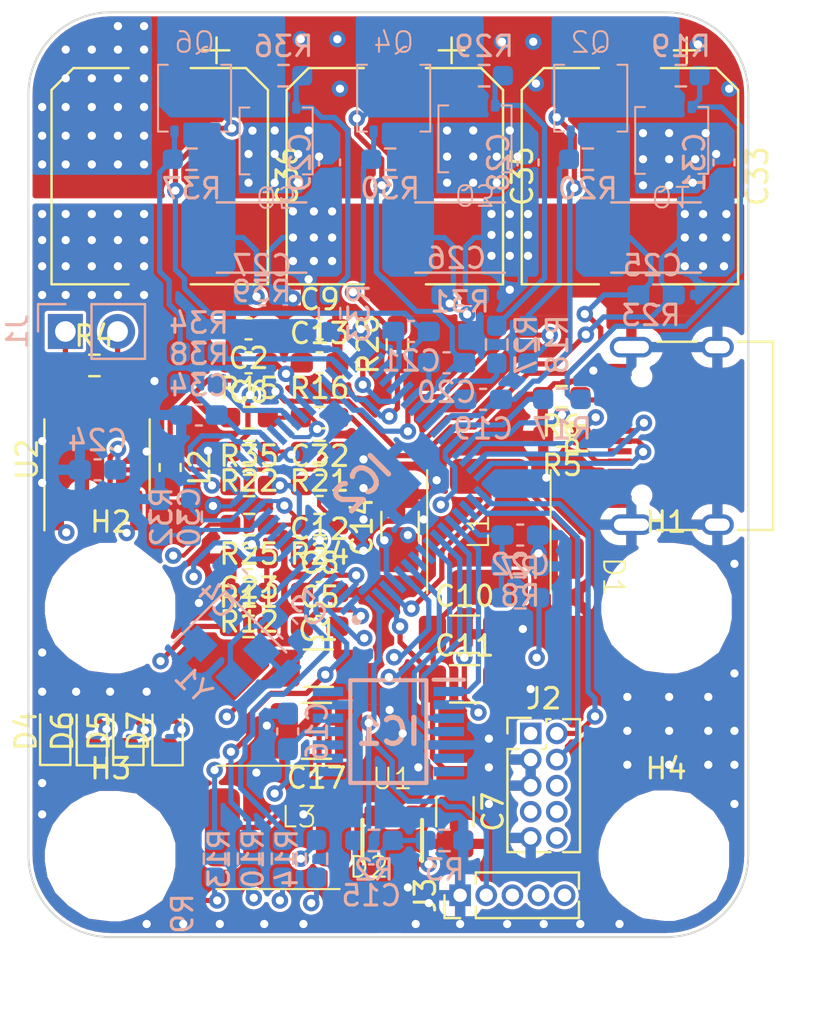
<source format=kicad_pcb>
(kicad_pcb (version 20221018) (generator pcbnew)
  (layers (0 "F.Cu" signal) (1 "In1.Cu" signal) (2 "In2.Cu" signal) (31 "B.Cu" signal) (34 "B.Paste" user) (35 "F.Paste" user) (36 "B.SilkS" user "B.Silkscreen") (37 "F.SilkS" user "F.Silkscreen") (38 "B.Mask" user) (39 "F.Mask" user) (44 "Edge.Cuts" user))
  (net 0 "")
  (net 1 "/+3V3")
  (net 2 "/+3V3A")
  (net 3 "GND")
  (net 4 "/OSC_IN")
  (net 5 "/OSC_OUT")
  (net 6 "/VCC")
  (net 7 "/VBAT")
  (net 8 "Net-(IC2-PG10)")
  (net 9 "+48V")
  (net 10 "/+5V")
  (net 11 "Net-(U1-FB)")
  (net 12 "Net-(IC2-BOOT1)")
  (net 13 "/U")
  (net 14 "Net-(IC2-BOOT2)")
  (net 15 "/V")
  (net 16 "Net-(IC2-BOOT3)")
  (net 17 "/W")
  (net 18 "/SCREF")
  (net 19 "/ADC1_7")
  (net 20 "/SHUNT_U")
  (net 21 "/SHUNT_V")
  (net 22 "/SHUNT_W")
  (net 23 "/ADC1_1")
  (net 24 "/ADC1_9")
  (net 25 "/ADC2_5")
  (net 26 "/SW")
  (net 27 "/DCDC_SW")
  (net 28 "Net-(D4-A)")
  (net 29 "Net-(D5-A)")
  (net 30 "Net-(D6-A)")
  (net 31 "Net-(D7-A)")
  (net 32 "/SPI1_CS")
  (net 33 "/SPI1_CLK")
  (net 34 "/SPI1_MISO")
  (net 35 "/SPI1_MOSI")
  (net 42 "/LD1")
  (net 43 "/LD2")
  (net 44 "/LD3")
  (net 45 "/LD4")
  (net 47 "/OP1_INP")
  (net 48 "/OP1_OUT")
  (net 49 "/ADC2_17")
  (net 50 "/OP2_OUT")
  (net 51 "/OP2_INP")
  (net 52 "/OP1_INM")
  (net 53 "/OP3_INP")
  (net 54 "/OP3_OUT")
  (net 55 "/OP3_INM")
  (net 56 "/GL_U")
  (net 57 "/GL_V")
  (net 58 "/GL_W")
  (net 61 "/GH_W")
  (net 62 "/GH_V")
  (net 63 "/GH_U")
  (net 64 "/HALL_W")
  (net 65 "/HALL_V")
  (net 66 "/HALL_U")
  (net 67 "/USB_DM")
  (net 68 "/USB_DP")
  (net 69 "/SWDIO")
  (net 70 "/SWCLK")
  (net 74 "/FDCAN1_RX")
  (net 75 "/FDCAN1_TX")
  (net 76 "/CANH")
  (net 77 "/CANL")
  (net 82 "Net-(P1-CC)")
  (net 83 "Net-(P1-VCONN)")
  (net 84 "Net-(Q1-G)")
  (net 85 "Net-(Q2-G)")
  (net 86 "Net-(Q3-G)")
  (net 87 "Net-(Q4-G)")
  (net 88 "Net-(Q5-G)")
  (net 89 "Net-(Q6-G)")
  (net 93 "unconnected-(P1-VBUS-PadA4)")
  (footprint "Capacitor_SMD:C_0603_1608Metric_Pad1.08x0.95mm_HandSolder" (layer "F.Cu") (at 155.7285 76.581 180)
    (fp_text reference "C23")
    (fp_text value "0.1u")
  )
  (footprint "Capacitor_SMD:C_0603_1608Metric_Pad1.08x0.95mm_HandSolder" (layer "F.Cu") (at 159.1545 65.405)
    (fp_text reference "C9")
    (fp_text value "1u")
  )
  (footprint "Capacitor_SMD:C_0603_1608Metric_Pad1.08x0.95mm_HandSolder" (layer "F.Cu") (at 155.702 67.056 180)
    (fp_text reference "C6")
    (fp_text value "0.1u")
  )
  (footprint "sam:RSX101VAM" (layer "F.Cu") (at 161.544 93.599)
    (fp_text reference "D2")
    (fp_text value "D")
  )
  (footprint "Resistor_SMD:R_0603_1608Metric_Pad0.98x0.95mm_HandSolder" (layer "F.Cu") (at 155.7255 69.723)
    (fp_text reference "R15")
    (fp_text value "22k")
  )
  (footprint "sam:SOT-23-6-1" (layer "F.Cu") (at 162.687 90.297)
    (fp_text reference "U1")
    (fp_text value "NJW1933")
  )
  (footprint "Capacitor_SMD:CP_Elec_10x10" (layer "F.Cu") (at 174.244 57.976 -90)
    (fp_text reference "C33")
    (fp_text value "220u")
  )
  (footprint "MountingHole:MountingHole_3.2mm_M3" (layer "F.Cu") (at 149 79)
    (fp_text reference "H2")
    (fp_text value "MountingHole")
  )
  (footprint "Resistor_SMD:R_0603_1608Metric_Pad0.98x0.95mm_HandSolder" (layer "F.Cu") (at 148.209 67.183)
    (fp_text reference "R4")
    (fp_text value "120")
  )
  (footprint "Resistor_SMD:R_0603_1608Metric_Pad0.98x0.95mm_HandSolder" (layer "F.Cu") (at 159.1545 69.723)
    (fp_text reference "R16")
    (fp_text value "300")
  )
  (footprint "sam:PinHeader_2x05_P1.27mm_Vertical_big" (layer "F.Cu") (at 169.418 85.09)
    (fp_text reference "J2")
    (fp_text value "ST-Link")
  )
  (footprint "Diode_SMD:D_0603_1608Metric_Pad1.05x0.95mm_HandSolder" (layer "F.Cu") (at 151.765 84.977 90)
    (fp_text reference "D7")
    (fp_text value "LED")
  )
  (footprint "Resistor_SMD:R_0603_1608Metric_Pad0.98x0.95mm_HandSolder" (layer "F.Cu") (at 159.1545 74.93 180)
    (fp_text reference "R24")
    (fp_text value "22k")
  )
  (footprint "Capacitor_SMD:C_0603_1608Metric_Pad1.08x0.95mm_HandSolder" (layer "F.Cu") (at 159.1545 67.056)
    (fp_text reference "C13")
    (fp_text value "0.1u")
  )
  (footprint "Resistor_SMD:R_0603_1608Metric_Pad0.98x0.95mm_HandSolder" (layer "F.Cu") (at 155.7285 74.93 180)
    (fp_text reference "R25")
    (fp_text value "300")
  )
  (footprint "Capacitor_SMD:C_1206_3216Metric_Pad1.33x1.80mm_HandSolder" (layer "F.Cu") (at 163.068 75.0185 90)
    (fp_text reference "C14")
    (fp_text value "10u")
  )
  (footprint "Inductor_SMD:L_0603_1608Metric_Pad1.05x0.95mm_HandSolder" (layer "F.Cu") (at 151.892 72.15 -90)
    (fp_text reference "L2")
    (fp_text value "FB")
  )
  (footprint "sam:ELL6SH330M" (layer "F.Cu") (at 157.132 89.662)
    (fp_text reference "L3")
    (fp_text value "33u")
  )
  (footprint "Capacitor_SMD:CP_Elec_10x10" (layer "F.Cu") (at 162.814 57.976 -90)
    (fp_text reference "C35")
    (fp_text value "220u")
  )
  (footprint "Capacitor_SMD:C_1206_3216Metric_Pad1.33x1.80mm_HandSolder" (layer "F.Cu") (at 165.735 88.9 -90)
    (fp_text reference "C7")
    (fp_text value "10u")
  )
  (footprint "Capacitor_SMD:C_0603_1608Metric_Pad1.08x0.95mm_HandSolder" (layer "F.Cu") (at 159.1575 79.883)
    (fp_text reference "C5")
    (fp_text value "0.1u")
  )
  (footprint "sam:ELL6SH330M" (layer "F.Cu") (at 167.386 75.278 90)
    (fp_text reference "L1")
    (fp_text value "33u")
  )
  (footprint "Capacitor_SMD:C_0603_1608Metric_Pad1.08x0.95mm_HandSolder" (layer "F.Cu") (at 159.1575 78.232)
    (fp_text reference "C8")
    (fp_text value "0.1u")
  )
  (footprint "Capacitor_SMD:C_1206_3216Metric_Pad1.33x1.80mm_HandSolder" (layer "F.Cu") (at 159.0925 81.915)
    (fp_text reference "C1")
    (fp_text value "10u")
  )
  (footprint "MountingHole:MountingHole_3.2mm_M3" (layer "F.Cu") (at 149 91)
    (fp_text reference "H3")
    (fp_text value "MountingHole")
  )
  (footprint "Diode_SMD:D_0603_1608Metric_Pad1.05x0.95mm_HandSolder" (layer "F.Cu") (at 148.082 84.977 90)
    (fp_text reference "D6")
    (fp_text value "LED")
  )
  (footprint "Diode_SMD:D_0603_1608Metric_Pad1.05x0.95mm_HandSolder" (layer "F.Cu") (at 146.304 84.963 90)
    (fp_text reference "D4")
    (fp_text value "LED")
  )
  (footprint "Resistor_SMD:R_0603_1608Metric_Pad0.98x0.95mm_HandSolder" (layer "F.Cu") (at 162.941 66.167 90)
    (fp_text reference "R28")
    (fp_text value "10")
  )
  (footprint "Resistor_SMD:R_0603_1608Metric_Pad0.98x0.95mm_HandSolder" (layer "F.Cu") (at 155.702 79.883)
    (fp_text reference "R11")
    (fp_text value "22k")
  )
  (footprint "sam:RSX101VAM" (layer "F.Cu") (at 171.45 77.466 -90)
    (fp_text reference "D1")
    (fp_text value "D")
  )
  (footprint "Package_SO:SOIC-8_3.9x4.9mm_P1.27mm" (layer "F.Cu") (at 148.336 71.755 90)
    (fp_text reference "U2")
    (fp_text value "TCAN332")
  )
  (footprint "MountingHole:MountingHole_3.2mm_M3" (layer "F.Cu") (at 176 91)
    (fp_text reference "H4")
    (fp_text value "MountingHole")
  )
  (footprint "Resistor_SMD:R_0603_1608Metric_Pad0.98x0.95mm_HandSolder" (layer "F.Cu") (at 155.7285 71.374 180)
    (fp_text reference "R22")
    (fp_text value "300")
  )
  (footprint "Resistor_SMD:R_0603_1608Metric_Pad0.98x0.95mm_HandSolder" (layer "F.Cu") (at 170.9185 68.707 180)
    (fp_text reference "R6")
    (fp_text value "22k")
  )
  (footprint "Capacitor_SMD:C_0603_1608Metric_Pad1.08x0.95mm_HandSolder" (layer "F.Cu") (at 155.702 65.405 180)
    (fp_text reference "C2")
    (fp_text value "1u")
  )
  (footprint "Resistor_SMD:R_0603_1608Metric_Pad0.98x0.95mm_HandSolder" (layer "F.Cu") (at 155.7285 73.025)
    (fp_text reference "R35")
    (fp_text value "1k")
  )
  (footprint "Diode_SMD:D_0603_1608Metric_Pad1.05x0.95mm_HandSolder" (layer "F.Cu") (at 149.86 84.963 90)
    (fp_text reference "D5")
    (fp_text value "LED")
  )
  (footprint "Capacitor_SMD:C_0603_1608Metric_Pad1.08x0.95mm_HandSolder" (layer "F.Cu") (at 159.1575 76.581)
    (fp_text reference "C12")
    (fp_text value "0.1u")
  )
  (footprint "Resistor_SMD:R_0603_1608Metric_Pad0.98x0.95mm_HandSolder" (layer "F.Cu") (at 159.1545 71.374 180)
    (fp_text reference "R21")
    (fp_text value "22k")
  )
  (footprint "Capacitor_SMD:C_1206_3216Metric_Pad1.33x1.80mm_HandSolder" (layer "F.Cu") (at 166.2045 82.677)
    (fp_text reference "C11")
    (fp_text value "10u")
  )
  (footprint "Connector_USB:USB_C_Receptacle_XKB_U262-16XN-4BVC11" (layer "F.Cu") (at 177.419 70.612 90)
    (fp_text reference "P1")
    (fp_text value "USB_C_Plug_USB2.0")
  )
  (footprint "MountingHole:MountingHole_3.2mm_M3" (layer "F.Cu") (at 176 79)
    (fp_text reference "H1")
    (fp_text value "MountingHole")
  )
  (footprint "Capacitor_SMD:C_1210_3225Metric_Pad1.33x2.70mm_HandSolder" (layer "F.Cu") (at 159.004 84.963 180)
    (fp_text reference "C17")
    (fp_text value "47u")
  )
  (footprint "Capacitor_SMD:C_0603_1608Metric_Pad1.08x0.95mm_HandSolder" (layer "F.Cu") (at 159.1575 73.025)
    (fp_text reference "C32")
    (fp_text value "2.2n")
  )
  (footprint "Resistor_SMD:R_0603_1608Metric_Pad0.98x0.95mm_HandSolder" (layer "F.Cu") (at 155.7255 78.232 180)
    (fp_text reference "R12")
    (fp_text value "1k")
  )
  (footprint "sam:PinHeader_1x05_P1.27mm_Vertical_big" (layer "F.Cu") (at 165.989 92.964 90)
    (fp_text reference "J3")
    (fp_text value "Conn_01x05_Pin")
  )
  (footprint "Capacitor_SMD:C_1206_3216Metric_Pad1.33x1.80mm_HandSolder" (layer "F.Cu") (at 166.2045 80.264)
    (fp_text reference "C10")
    (fp_text value "10u")
  )
  (footprint "Resistor_SMD:R_0603_1608Metric_Pad0.98x0.95mm_HandSolder" (layer "F.Cu") (at 170.942 70.612 180)
    (fp_text reference "R5")
    (fp_text value "22k")
  )
  (footprint "Capacitor_SMD:CP_Elec_10x10" (layer "F.Cu") (at 151.384 57.976 -90)
    (fp_text reference "C36")
    (fp_text value "220u")
  )
  (footprint "Resistor_SMD:R_0603_1608Metric_Pad0.98x0.95mm_HandSolder" (layer "B.Cu") (at 167.767 66.167 90)
    (fp_text reference "R27")
    (fp_text value "10")
  )
  (footprint "Resistor_SMD:R_2512_6332Metric_Pad1.40x3.35mm_HandSolder" (layer "B.Cu") (at 175.512 60.96)
    (fp_text reference "R23")
    (fp_text value "shunt")
  )
  (footprint "Capacitor_SMD:C_0603_1608Metric_Pad1.08x0.95mm_HandSolder" (layer "B.Cu") (at 153.289 69.596 180)
    (fp_text reference "C34")
    (fp_text value "2.2n")
  )
  (footprint "Capacitor_SMD:C_0603_1608Metric_Pad1.08x0.95mm_HandSolder" (layer "B.Cu") (at 151.384 74.549 90)
    (fp_text reference "C30")
    (fp_text value "2.2n")
  )
  (footprint "Resistor_SMD:R_0603_1608Metric_Pad0.98x0.95mm_HandSolder" (layer "B.Cu") (at 157.353 91.186 -90)
    (fp_text reference "R10")
    (fp_text value "1k")
  )
  (footprint "Resistor_SMD:R_0603_1608Metric_Pad0.98x0.95mm_HandSolder" (layer "B.Cu") (at 170.942 68.834)
    (fp_text reference "R17")
    (fp_text value "10")
  )
  (footprint "Resistor_SMD:R_0603_1608Metric_Pad0.98x0.95mm_HandSolder" (layer "B.Cu") (at 157.4005 53.086 180)
    (fp_text reference "R36")
    (fp_text value "22k")
  )
  (footprint "Capacitor_SMD:C_0603_1608Metric_Pad1.08x0.95mm_HandSolder" (layer "B.Cu") (at 168.91 75.438)
    (fp_text reference "C22")
    (fp_text value "0.1u")
  )
  (footprint "Capacitor_SMD:C_0603_1608Metric_Pad1.08x0.95mm_HandSolder" (layer "B.Cu") (at 157.607 80.01 135)
    (fp_text reference "C3")
    (fp_text value "10p")
  )
  (footprint "Resistor_SMD:R_0603_1608Metric_Pad0.98x0.95mm_HandSolder" (layer "B.Cu") (at 172.1945 57.15)
    (fp_text reference "R20")
    (fp_text value "22k")
  )
  (footprint "Resistor_SMD:R_0603_1608Metric_Pad0.98x0.95mm_HandSolder" (layer "B.Cu") (at 161.798 90.297)
    (fp_text reference "R2")
    (fp_text value "10k")
  )
  (footprint "Crystal:Crystal_SMD_SeikoEpson_FA238V-4Pin_3.2x2.5mm" (layer "B.Cu") (at 154.813 80.899 -45)
    (fp_text reference "Y1")
    (fp_text value "Crystal_GND24")
  )
  (footprint "sam:SOT8002-1-8" (layer "B.Cu") (at 176.274 56.82)
    (fp_text reference "Q1")
    (fp_text value "NMOS")
  )
  (footprint "Resistor_SMD:R_0603_1608Metric_Pad0.98x0.95mm_HandSolder" (layer "B.Cu") (at 154.051 91.186 -90)
    (fp_text reference "R9")
    (fp_text value "1k")
  )
  (footprint "Capacitor_SMD:C_0603_1608Metric_Pad1.08x0.95mm_HandSolder" (layer "B.Cu") (at 155.16888 77.57188 -45)
    (fp_text reference "C4")
    (fp_text value "10p")
  )
  (footprint "Resistor_SMD:R_0603_1608Metric_Pad0.98x0.95mm_HandSolder" (layer "B.Cu") (at 152.908 74.549 -90)
    (fp_text reference "R32")
    (fp_text value "1k")
  )
  (footprint "Resistor_SMD:R_0603_1608Metric_Pad0.98x0.95mm_HandSolder" (layer "B.Cu") (at 176.7195 53.086 180)
    (fp_text reference "R19")
    (fp_text value "22k")
  )
  (footprint "as5047:SOP65P640X120-14N" (layer "B.Cu") (at 162.5 85 180)
    (fp_text reference "IC1")
    (fp_text value "AS5047D-ATSM" hide)
  )
  (footprint "Resistor_SMD:R_0603_1608Metric_Pad0.98x0.95mm_HandSolder" (layer "B.Cu") (at 159.004 91.186 -90)
    (fp_text reference "R14")
    (fp_text value "1k")
  )
  (footprint "Capacitor_SMD:C_0603_1608Metric_Pad1.08x0.95mm_HandSolder" (layer "B.Cu") (at 148.3625 72.263 180)
    (fp_text reference "C24")
    (fp_text value "0.1u")
  )
  (footprint "Capacitor_SMD:C_0603_1608Metric_Pad1.08x0.95mm_HandSolder" (layer "B.Cu") (at 167.1055 68.834)
    (fp_text reference "C19")
    (fp_text value "1u")
  )
  (footprint "Resistor_SMD:R_0603_1608Metric_Pad0.98x0.95mm_HandSolder" (layer "B.Cu") (at 168.91 76.962)
    (fp_text reference "R8")
    (fp_text value "10k")
  )
  (footprint "Resistor_SMD:R_2512_6332Metric_Pad1.40x3.35mm_HandSolder" (layer "B.Cu") (at 165.987 60.96)
    (fp_text reference "R31")
    (fp_text value "shunt")
  )
  (footprint "Capacitor_SMD:C_0603_1608Metric_Pad1.08x0.95mm_HandSolder" (layer "B.Cu") (at 175.514 63.754 180)
    (fp_text reference "C25")
    (fp_text value "2.2n")
  )
  (footprint "Capacitor_SMD:C_0603_1608Metric_Pad1.08x0.95mm_HandSolder" (layer "B.Cu") (at 169.291 57.3035 -90)
    (fp_text reference "C28")
    (fp_text value "1u")
  )
  (footprint "sam:SOT8002-1-8" (layer "B.Cu") (at 166.71 56.744)
    (fp_text reference "Q3")
    (fp_text value "NMOS")
  )
  (footprint "sam:SOT8002-1-8" (layer "B.Cu") (at 162.758 53.594 180)
    (fp_text reference "Q4")
    (fp_text value "NMOS")
  )
  (footprint "Resistor_SMD:R_0603_1608Metric_Pad0.98x0.95mm_HandSolder" (layer "B.Cu") (at 153.289 66.548 180)
    (fp_text reference "R34")
    (fp_text value "10")
  )
  (footprint "Capacitor_SMD:C_0603_1608Metric_Pad1.08x0.95mm_HandSolder" (layer "B.Cu") (at 156.3635 63.754 180)
    (fp_text reference "C27")
    (fp_text value "2.2n")
  )
  (footprint "stspin32g4:QFN50P900X900X100-65N-D-padlong" (layer "B.Cu") (at 161.224406 72.935212 45)
    (fp_text reference "IC2")
    (fp_text value "STSPIN32G4" hide)
  )
  (footprint "sam:SOT8002-1-8" (layer "B.Cu") (at 157.043 56.846)
    (fp_text reference "Q5")
    (fp_text value "NMOS")
  )
  (footprint "Resistor_SMD:R_0603_1608Metric_Pad0.98x0.95mm_HandSolder" (layer "B.Cu") (at 152.9315 57.15)
    (fp_text reference "R37")
    (fp_text value "22k")
  )
  (footprint "Resistor_SMD:R_0603_1608Metric_Pad0.98x0.95mm_HandSolder" (layer "B.Cu") (at 153.289 68.072 180)
    (fp_text reference "R38")
    (fp_text value "1k")
  )
  (footprint "Capacitor_SMD:C_0603_1608Metric_Pad1.08x0.95mm_HandSolder" (layer "B.Cu") (at 165.989 63.754 180)
    (fp_text reference "C26")
    (fp_text value "2.2n")
  )
  (footprint "Resistor_SMD:R_0603_1608Metric_Pad0.98x0.95mm_HandSolder" (layer "B.Cu") (at 162.5835 57.15)
    (fp_text reference "R30")
    (fp_text value "22k")
  )
  (footprint "Connector_PinHeader_2.54mm:PinHeader_1x02_P2.54mm_Vertical" (layer "B.Cu") (at 146.797 65.532 -90)
    (fp_text reference "J1")
    (fp_text value "Conn_01x02_Pin")
  )
  (footprint "Resistor_SMD:R_0603_1608Metric_Pad0.98x0.95mm_HandSolder" (layer "B.Cu") (at 169.291 66.167 90)
    (fp_text reference "R18")
    (fp_text value "10")
  )
  (footprint "Resistor_SMD:R_0603_1608Metric_Pad0.98x0.95mm_HandSolder" (layer "B.Cu") (at 165.227 90.297)
    (fp_text reference "R3")
    (fp_text value "4.32k")
  )
  (footprint "Resistor_SMD:R_0603_1608Metric_Pad0.98x0.95mm_HandSolder" (layer "B.Cu") (at 155.702 91.186 -90)
    (fp_text reference "R13")
    (fp_text value "1k")
  )
  (footprint "sam:SOT8002-1-8" (layer "B.Cu") (at 172.339 53.594 180)
    (fp_text reference "Q2")
    (fp_text value "NMOS")
  )
  (footprint "Resistor_SMD:R_0603_1608Metric_Pad0.98x0.95mm_HandSolder" (layer "B.Cu") (at 168.91 78.486 180)
    (fp_text reference "R7")
    (fp_text value "22k")
  )
  (footprint "Capacitor_SMD:C_0603_1608Metric_Pad1.08x0.95mm_HandSolder" (layer "B.Cu") (at 165.3275 67.056)
    (fp_text reference "C20")
    (fp_text value "1u")
  )
  (footprint "Capacitor_SMD:C_0603_1608Metric_Pad1.08x0.95mm_HandSolder" (layer "B.Cu") (at 157.607 84.9895 90)
    (fp_text reference "C16")
    (fp_text value "0.1u")
  )
  (footprint "Capacitor_SMD:C_0603_1608Metric_Pad1.08x0.95mm_HandSolder" (layer "B.Cu") (at 178.816 57.3035 -90)
    (fp_text reference "C31")
    (fp_text value "1u")
  )
  (footprint "Capacitor_SMD:C_0603_1608Metric_Pad1.08x0.95mm_HandSolder" (layer "B.Cu") (at 159.639 57.3035 -90)
    (fp_text reference "C29")
    (fp_text value "1u")
  )
  (footprint "Capacitor_SMD:C_0402_1005Metric_Pad0.74x0.62mm_HandSolder" (layer "B.Cu") (at 161.671 91.821)
    (fp_text reference "C15")
    (fp_text value "220P")
  )
  (footprint "Resistor_SMD:R_0603_1608Metric_Pad0.98x0.95mm_HandSolder" (layer "B.Cu") (at 159.639 64.643 90)
    (fp_text reference "R33")
    (fp_text value "10")
  )
  (footprint "Resistor_SMD:R_2512_6332Metric_Pad1.40x3.35mm_HandSolder" (layer "B.Cu") (at 156.335 60.96)
    (fp_text reference "R39")
    (fp_text value "shunt")
  )
  (footprint "Capacitor_SMD:C_0603_1608Metric_Pad1.08x0.95mm_HandSolder" (layer "B.Cu") (at 163.6025 65.532)
    (fp_text reference "C21")
    (fp_text value "1u")
  )
  (footprint "sam:SOT8002-1-8" (layer "B.Cu") (at 153.076 53.594 180)
    (fp_text reference "Q6")
    (fp_text value "NMOS")
  )
  (footprint "Resistor_SMD:R_0603_1608Metric_Pad0.98x0.95mm_HandSolder" (layer "B.Cu") (at 167.1555 53.086 180)
    (fp_text reference "R29")
    (fp_text value "22k")
  )
  (gr_arc (start 145 54) (mid 146.171573 51.171573) (end 149 50) (stroke (width 0.1)) (layer "Edge.Cuts"))
  (gr_line (start 176 50) (end 149 50) (stroke (width 0.1)) (layer "Edge.Cuts"))
  (gr_line (start 145 54) (end 145 91) (stroke (width 0.1)) (layer "Edge.Cuts"))
  (gr_line (start 180 91) (end 180 54) (stroke (width 0.1)) (layer "Edge.Cuts"))
  (gr_arc (start 180 91) (mid 178.828427 93.828427) (end 176 95) (stroke (width 0.1)) (layer "Edge.Cuts"))
  (gr_line (start 149 95) (end 176 95) (stroke (width 0.1)) (layer "Edge.Cuts"))
  (gr_arc (start 176 50) (mid 178.828427 51.171573) (end 180 54) (stroke (width 0.1)) (layer "Edge.Cuts"))
  (gr_arc (start 149 95) (mid 146.171572 93.828428) (end 145 91) (stroke (width 0.1)) (layer "Edge.Cuts"))
  (segment (start 158.295 81.15) (end 157.53 81.915) (width 0.254) (layer "F.Cu") (net 1))
  (segment (start 148.971 71.628) (end 149.352 71.247) (width 0.254) (layer "F.Cu") (net 1))
  (segment (start 148.971 72.263) (end 148.971 71.628) (width 0.254) (layer "F.Cu") (net 1))
  (segment (start 157.006571 81.915) (end 157.53 81.915) (width 0.254) (layer "F.Cu") (net 1))
  (segment (start 158.295 79.883) (end 158.295 81.15) (width 0.254) (layer "F.Cu") (net 1))
  (segment (start 148.971 73.976) (end 148.971 72.263) (width 0.254) (layer "F.Cu") (net 1))
  (segment (start 161.163 79.375) (end 160.869 79.081) (width 0.254) (layer "F.Cu") (net 1))
  (segment (start 159.097 79.081) (end 158.295 79.883) (width 0.254) (layer "F.Cu") (net 1))
  (segment (start 154.645071 84.2765) (end 157.006571 81.915) (width 0.254) (layer "F.Cu") (net 1))
  (segment (start 160.869 79.081) (end 159.097 79.081) (width 0.254) (layer "F.Cu") (net 1))
  (segment (start 151.892 73.025) (end 151.13 72.263) (width 0.254) (layer "F.Cu") (net 1))
  (segment (start 151.13 72.263) (end 148.971 72.263) (width 0.254) (layer "F.Cu") (net 1))
  (via (at 156.972 88.011) (size 0.8) (drill 0.4) (layers "F.Cu" "B.Cu") (net 1))
  (via (at 149.352 71.247) (size 0.8) (drill 0.4) (layers "F.Cu" "B.Cu") (net 1))
  (via (at 161.163 79.375) (size 0.8) (drill 0.4) (layers "F.Cu" "B.Cu") (net 1))
  (via (at 154.645071 84.2765) (size 0.8) (drill 0.4) (layers "F.Cu" "B.Cu") (net 1))
  (via (at 169.7075 81.407) (size 0.8) (drill 0.4) (layers "F.Cu" "B.Cu") (net 1))
  (segment (start 149.352 72.136) (end 149.225 72.263) (width 0.254) (layer "B.Cu") (net 1))
  (segment (start 149.352 71.247) (end 149.352 72.136) (width 0.254) (layer "B.Cu") (net 1))
  (segment (start 161.163 79.375) (end 161.158811 79.375) (width 0.254) (layer "B.Cu") (net 1))
  (segment (start 169.7075 81.407) (end 169.8225 81.292) (width 0.254) (layer "B.Cu") (net 1))
  (segment (start 158.459 85) (end 157.607 85.852) (width 0.254) (layer "B.Cu") (net 1))
  (segment (start 159.562 85) (end 158.459 85) (width 0.254) (layer "B.Cu") (net 1))
  (segment (start 156.972 88.011) (end 157.607 87.376) (width 0.254) (layer "B.Cu") (net 1))
  (segment (start 159.562 84.35) (end 159.562 85) (width 0.254) (layer "B.Cu") (net 1))
  (segment (start 157.607 87.376) (end 157.607 85.852) (width 0.254) (layer "B.Cu") (net 1))
  (segment (start 169.8225 81.292) (end 169.8225 78.486) (width 0.254) (layer "B.Cu") (net 1))
  (segment (start 161.158811 79.375) (end 160.623365 78.839554) (width 0.254) (layer "B.Cu") (net 1))
  (segment (start 152.908 68.707) (end 153.7265 67.8885) (width 0.254) (layer "F.Cu") (net 2))
  (segment (start 155.732 67.8885) (end 156.5645 67.056) (width 0.254) (layer "F.Cu") (net 2))
  (segment (start 153.924 69.723) (end 152.908 68.707) (width 0.254) (layer "F.Cu") (net 2))
  (segment (start 158.1415 67.0295) (end 158.168 67.056) (width 0.254) (layer "F.Cu") (net 2))
  (segment (start 159.1325 71.7565) (end 159.1325 72.263) (width 0.2) (layer "F.Cu") (net 2))
  (segment (start 159.1325 72.263) (end 159.1195 72.25) (width 0.2) (layer "F.Cu") (net 2))
  (segment (start 160.067 71.374) (end 159.512 71.374) (width 0.2) (layer "F.Cu") (net 2))
  (segment (start 152.867 72.25) (end 151.892 71.275) (width 0.2) (layer "F.Cu") (net 2))
  (segment (start 156.464 67.056) (end 156.985281 67.056) (width 0.254) (layer "F.Cu") (net 2))
  (segment (start 159.1325 72.263) (end 159.1325 73.9955) (width 0.2) (layer "F.Cu") (net 2))
  (segment (start 158.168 67.056) (end 158.061291 67.056) (width 0.254) (layer "F.Cu") (net 2))
  (segment (start 156.4375 67.0295) (end 156.464 67.056) (width 0.254) (layer "F.Cu") (net 2))
  (segment (start 151.892 71.275) (end 151.892 69.723) (width 0.254) (layer "F.Cu") (net 2))
  (segment (start 153.7265 67.8885) (end 155.732 67.8885) (width 0.254) (layer "F.Cu") (net 2))
  (segment (start 151.892 69.723) (end 152.908 68.707) (width 0.254) (layer "F.Cu") (net 2))
  (segment (start 154.813 69.723) (end 153.924 69.723) (width 0.254) (layer "F.Cu") (net 2))
  (segment (start 159.131 71.755) (end 159.1325 71.7565) (width 0.2) (layer "F.Cu") (net 2))
  (segment (start 156.5645 65.405) (end 156.5645 67.056) (width 0.254) (layer "F.Cu") (net 2))
  (segment (start 159.1195 72.25) (end 152.867 72.25) (width 0.2) (layer "F.Cu") (net 2))
  (segment (start 159.512 71.374) (end 159.131 71.755) (width 0.2) (layer "F.Cu") (net 2))
  (segment (start 158.1415 65.405) (end 158.1415 67.0295) (width 0.254) (layer "F.Cu") (net 2))
  (segment (start 156.985281 67.056) (end 157.523286 67.594005) (width 0.254) (layer "F.Cu") (net 2))
  (segment (start 159.1325 73.9955) (end 160.067 74.93) (width 0.2) (layer "F.Cu") (net 2))
  (segment (start 158.061291 67.056) (end 157.523286 67.594005) (width 0.254) (layer "F.Cu") (net 2))
  (via (at 157.523286 67.594005) (size 0.8) (drill 0.4) (layers "F.Cu" "B.Cu") (net 2))
  (segment (start 157.523286 67.594005) (end 157.650966 67.594005) (width 0.254) (layer "B.Cu") (net 2))
  (segment (start 157.8096 67.880319) (end 157.523286 67.594005) (width 0.254) (layer "B.Cu") (net 2))
  (segment (start 157.650966 67.594005) (end 158.855598 68.798637) (width 0.254) (layer "B.Cu") (net 2))
  (segment (start 157.8096 68.459746) (end 157.8096 67.880319) (width 0.254) (layer "B.Cu") (net 2))
  (segment (start 158.502045 69.152191) (end 157.8096 68.459746) (width 0.254) (layer "B.Cu") (net 2))
  (segment (start 160.274 80.137) (end 160.02 79.883) (width 0.254) (layer "F.Cu") (net 3))
  (segment (start 170.006 68.627) (end 170.561 68.072) (width 0.254) (layer "F.Cu") (net 3))
  (segment (start 154.068189 74.115155) (end 154.068189 74.277811) (width 0.2) (layer "F.Cu") (net 3))
  (segment (start 153.972417 74.019383) (end 154.068189 74.115155) (width 0.2) (layer "F.Cu") (net 3))
  (segment (start 162.756404 71.12) (end 160.557404 68.921) (width 0.254) (layer "F.Cu") (net 3))
  (segment (start 160.655 82.412) (end 160.655 81.915) (width 0.4) (layer "F.Cu") (net 3))
  (segment (start 163.957 71.12) (end 162.756404 71.12) (width 0.254) (layer "F.Cu") (net 3))
  (segment (start 170.006 68.707) (end 170.006 68.627) (width 0.254) (layer "F.Cu") (net 3))
  (segment (start 170.673404 67.11) (end 169.11 67.11) (width 0.254) (layer "F.Cu") (net 3))
  (segment (start 172.098811 65.684593) (end 170.673404 67.11) (width 0.254) (layer "F.Cu") (net 3))
  (segment (start 157.4415 84.963) (end 158.104 84.963) (width 0.4) (layer "F.Cu") (net 3))
  (segment (start 157.478795 68.921) (end 157.008595 68.4508) (width 0.254) (layer "F.Cu") (net 3))
  (segment (start 158.104 84.963) (end 160.655 82.412) (width 0.4) (layer "F.Cu") (net 3))
  (segment (start 160.02 79.883) (end 160.02 81.28) (width 0.4) (layer "F.Cu") (net 3))
  (segment (start 169.11 67.11) (end 166.497 69.723) (width 0.254) (layer "F.Cu") (net 3))
  (segment (start 170.561 68.072) (end 171.196 68.072) (width 0.254) (layer "F.Cu") (net 3))
  (segment (start 160.557404 68.921) (end 157.478795 68.921) (width 0.254) (layer "F.Cu") (net 3))
  (segment (start 160.02 81.28) (end 160.655 81.915) (width 0.4) (layer "F.Cu") (net 3))
  (segment (start 160.655 81.915) (end 160.655 82.042) (width 0.4) (layer "F.Cu") (net 3))
  (segment (start 165.354 69.723) (end 163.957 71.12) (width 0.254) (layer "F.Cu") (net 3))
  (segment (start 166.497 69.723) (end 165.354 69.723) (width 0.254) (layer "F.Cu") (net 3))
  (via (at 176.911 62.357) (size 0.8) (drill 0.4) (layers "F.Cu" "B.Cu") (net 3))
  (via (at 150.749 83.058) (size 0.8) (drill 0.4) (layers "F.Cu" "B.Cu") (net 3))
  (via (at 172.098811 65.684593) (size 0.8) (drill 0.4) (layers "F.Cu" "B.Cu") (net 3))
  (via (at 161.29 76.2) (size 0.8) (drill 0.4) (layers "F.Cu" "B.Cu") (net 3))
  (via (at 164.846 72.771) (size 0.8) (drill 0.4) (layers "F.Cu" "B.Cu") (net 3))
  (via (at 170.053 94.361) (size 0.8) (drill 0.4) (layers "F.Cu" "B.Cu") (net 3))
  (via (at 148.082 59.817) (size 0.8) (drill 0.4) (layers "F.Cu" "B.Cu") (net 3))
  (via (at 149.352 63.754) (size 0.8) (drill 0.4) (layers "F.Cu" "B.Cu") (net 3))
  (via (at 156.464 94.361) (size 0.8) (drill 0.4) (layers "F.Cu" "B.Cu") (net 3))
  (via (at 169.291 59.817) (size 0.8) (drill 0.4) (layers "F.Cu" "B.Cu") (net 3))
  (via (at 179.324 84.963) (size 0.8) (drill 0.4) (layers "F.Cu" "B.Cu") (net 3))
  (via (at 149.352 61.087) (size 0.8) (drill 0.4) (layers "F.Cu" "B.Cu") (net 3))
  (via (at 156.083 86.995) (size 0.8) (drill 0.4) (layers "F.Cu" "B.Cu") (net 3))
  (via (at 146.812 62.357) (size 0.8) (drill 0.4) (layers "F.Cu" "B.Cu") (net 3))
  (via (at 158.369 89.027) (size 0.8) (drill 0.4) (layers "F.Cu" "B.Cu") (net 3))
  (via (at 157.861 60.96) (size 0.8) (drill 0.4) (layers "F.Cu" "B.Cu") (net 3))
  (via (at 178.816 62.357) (size 0.8) (drill 0.4) (layers "F.Cu" "B.Cu") (net 3))
  (via (at 167.386 85.344) (size 0.8) (drill 0.4) (layers "F.Cu" "B.Cu") (net 3))
  (via (at 145.669 63.754) (size 0.8) (drill 0.4) (layers "F.Cu" "B.Cu") (net 3))
  (via (at 149.352 62.357) (size 0.8) (drill 0.4) (layers "F.Cu" "B.Cu") (net 3))
  (via (at 163.449 92.583) (size 0.8) (drill 0.4) (layers "F.Cu" "B.Cu") (net 3))
  (via (at 146.812 63.754) (size 0.8) (drill 0.4) (layers "F.Cu" "B.Cu") (net 3))
  (via (at 176.911 59.817) (size 0.8) (drill 0.4) (layers "F.Cu" "B.Cu") (net 3))
  (via (at 169.291 60.833) (size 0.8) (drill 0.4) (layers "F.Cu" "B.Cu") (net 3))
  (via (at 157.861 62.103) (size 0.8) (drill 0.4) (layers "F.Cu" "B.Cu") (net 3))
  (via (at 158.877 60.96) (size 0.8) (drill 0.4) (layers "F.Cu" "B.Cu") (net 3))
  (via (at 179.324 82.169) (size 0.8) (drill 0.4) (layers "F.Cu" "B.Cu") (net 3))
  (via (at 177.8 60.96) (size 0.8) (drill 0.4) (layers "F.Cu" "B.Cu") (net 3))
  (via (at 162.56 83.947) (size 0.8) (drill 0.4) (layers "F.Cu" "B.Cu") (net 3))
  (via (at 165.989 94.361) (size 0.8) (drill 0.4) (layers "F.Cu" "B.Cu") (net 3))
  (via (at 145.669 89.027) (size 0.8) (drill 0.4) (layers "F.Cu" "B.Cu") (net 3))
  (via (at 152.527 94.361) (size 0.8) (drill 0.4) (layers "F.Cu" "B.Cu") (net 3))
  (via (at 145.669 70.866) (size 0.8) (drill 0.4) (layers "F.Cu" "B.Cu") (net 3))
  (via (at 157.861 63.9165) (size 0.8) (drill 0.4) (layers "F.Cu" "B.Cu") (net 3))
  (via (at 157.008595 68.4508) (size 0.8) (drill 0.4) (layers "F.Cu" "B.Cu") (net 3))
  (via (at 169.418 82.931) (size 0.8) (drill 0.4) (layers "F.Cu" "B.Cu") (net 3))
  (via (at 150.749 94.361) (size 0.8) (drill 0.4) (layers "F.Cu" "B.Cu") (net 3))
  (via (at 145.669 87.503) (size 0.8) (drill 0.4) (layers "F.Cu" "B.Cu") (net 3))
  (via (at 153.729 71.3385) (size 0.8) (drill 0.4) (layers "F.Cu" "B.Cu") (net 3))
  (via (at 150.749 71.374) (size 0.8) (drill 0.4) (layers "F.Cu" "B.Cu") (net 3))
  (via (at 177.8 62.357) (size 0.8) (drill 0.4) (layers "F.Cu" "B.Cu") (net 3))
  (via (at 145.669 62.357) (size 0.8) (drill 0.4) (layers "F.Cu" "B.Cu") (net 3))
  (via (at 179.324 86.614) (size 0.8) (drill 0.4) (layers "F.Cu" "B.Cu") (net 3))
  (via (at 158.877 59.69) (size 0.8) (drill 0.4) (layers "F.Cu" "B.Cu") (net 3))
  (via (at 176.149 84.963) (size 0.8) (drill 0.4) (layers "F.Cu" "B.Cu") (net 3))
  (via (at 173.736 94.361) (size 0.8) (drill 0.4) (layers "F.Cu" "B.Cu") (net 3))
  (via (at 178.9315 59.817) (size 0.8) (drill 0.4) (layers "F.Cu" "B.Cu") (net 3))
  (via (at 146.812 61.087) (size 0.8) (drill 0.4) (layers "F.Cu" "B.Cu") (net 3))
  (via (at 174.117 86.614) (size 0.8) (drill 0.4) (layers "F.Cu" "B.Cu") (net 3))
  (via (at 158.623 62.992) (size 0.8) (drill 0.4) (layers "F.Cu" "B.Cu") (net 3))
  (via (at 145.669 72.898) (size 0.8) (drill 0.4) (layers "F.Cu" "B.Cu") (net 3))
  (via (at 167.513 60.833) (size 0.8) (drill 0.4) (layers "F.Cu" "B.Cu") (net 3))
  (via (at 171.831 94.361) (size 0.8) (drill 0.4) (layers "F.Cu" "B.Cu") (net 3))
  (via (at 145.669 61.087) (size 0.8) (drill 0.4) (layers "F.Cu" "B.Cu") (net 3))
  (via (at 147.32 83.058) (size 0.8) (drill 0.4) (layers "F.Cu" "B.Cu") (net 3))
  (via (at 164.211 74.676) (size 0.8) (drill 0.4) (layers "F.Cu" "B.Cu") (net 3))
  (via (at 166.33045 64.697226) (size 0.8) (drill 0.4) (layers "F.Cu" "B.Cu") (net 3))
  (via (at 168.402 60.833) (size 0.8) (drill 0.4) (layers "F.Cu" "B.Cu") (net 3))
  (via (at 145.669 59.817) (size 0.8) (drill 0.4) (layers "F.Cu" "B.Cu") (net 3))
  (via (at 161.29 73.152) (size 0.8) (drill 0.4) (layers "F.Cu" "B.Cu") (net 3))
  (via (at 158.369 94.361) (size 0.8) (drill 0.4) (layers "F.Cu" "B.Cu") (net 3))
  (via (at 169.291 61.849) (size 0.8) (drill 0.4) (layers "F.Cu" "B.Cu") (net 3))
  (via (at 163.957 86.741) (size 0.8) (drill 0.4) (layers "F.Cu" "B.Cu") (net 3))
  (via (at 174.117 84.963) (size 0.8) (drill 0.4) (layers "F.Cu" "B.Cu") (net 3))
  (via (at 161.29 71.755) (size 0.8) (drill 0.4) (layers "F.Cu" "B.Cu") (net 3))
  (via (at 156.591 84.709) (size 0.8) (drill 0.4) (layers "F.Cu" "B.Cu") (net 3))
  (via (at 148.971 83.058) (size 0.8) (drill 0.4) (layers "F.Cu" "B.Cu") (net 3))
  (via (at 178.9315 60.96) (size 0.8) (drill 0.4) (layers "F.Cu" "B.Cu") (net 3))
  (via (at 153.972417 74.019383) (size 0.8) (drill 0.4) (layers "F.Cu" "B.Cu") (net 3))
  (via (at 150.622 63.754) (size 0.8) (drill 0.4) (layers "F.Cu" "B.Cu") (net 3))
  (via (at 157.861 59.69) (size 0.8) (drill 0.4) (layers "F.Cu" "B.Cu") (net 3))
  (via (at 148.082 61.087) (size 0.8) (drill 0.4) (layers "F.Cu" "B.Cu") (net 3))
  (via (at 176.149 83.312) (size 0.8) (drill 0.4) (layers "F.Cu" "B.Cu") (net 3))
  (via (at 170.18 72.644) (size 0.8) (drill 0.4) (layers "F.Cu" "B.Cu") (net 3))
  (via (at 167.513 59.817) (size 0.8) (drill 0.4) (layers "F.Cu" "B.Cu") (net 3))
  (via (at 179.324 76.835) (size 0.8) (drill 0.4) (layers "F.Cu" "B.Cu") (net 3))
  (via (at 159.766 59.69) (size 0.8) (drill 0.4) (layers "F.Cu" "B.Cu") (net 3))
  (via (at 174.117 83.312) (size 0.8) (drill 0.4) (layers "F.Cu" "B.Cu") (net 3))
  (via (at 148.082 63.754) (size 0.8) (drill 0.4) (layers "F.Cu" "B.Cu") (net 3))
  (via (at 154.305 94.361) (size 0.8) (drill 0.4) (layers "F.Cu" "B.Cu") (net 3))
  (via (at 167.386 88.519) (size 0.8) (drill 0.4) (layers "F.Cu" "B.Cu") (net 3))
  (via (at 158.877 62.103) (size 0.8) (drill 0.4) (layers "F.Cu" "B.Cu") (net 3))
  (via (at 149.352 59.817) (size 0.8) (drill 0.4) (layers "F.Cu" "B.Cu") (net 3))
  (via (at 159.766 60.96) (size 0.8) (drill 0.4) (layers "F.Cu" "B.Cu") (net 3))
  (via (at 169.037 80.01) (size 0.8) (drill 0.4) (layers "F.Cu" "B.Cu") (net 3))
  (via (at 167.386 86.741) (size 0.8) (drill 0.4) (layers "F.Cu" "B.Cu") (net 3))
  (via (at 150.622 59.817) (size 0.8) (drill 0.4) (layers "F.Cu" "B.Cu") (net 3))
  (via (at 176.149 86.614) (size 0.8) (drill 0.4) (layers "F.Cu" "B.Cu") (net 3))
  (via (at 168.402 63.5) (size 0.8) (drill 0.4) (layers "F.Cu" "B.Cu") (net 3))
  (via (at 159.766 62.103) (size 0.8) (drill 0.4) (layers "F.Cu" "B.Cu") (net 3))
  (via (at 168.402 59.817) (size 0.8) (drill 0.4) (layers "F.Cu" "B.Cu") (net 3))
  (via (at 163.83 94.361) (size 0.8) (drill 0.4) (layers "F.Cu" "B.Cu") (net 3))
  (via (at 163.195 85.09) (size 0.8) (drill 0.4) (layers "F.Cu" "B.Cu") (net 3))
  (via (at 161.29 74.676) (size 0.8) (drill 0.4) (layers "F.Cu" "B.Cu") (net 3))
  (via (at 167.513 61.849) (size 0.8) (drill 0.4) (layers "F.Cu" "B.Cu") (net 3))
  (via (at 151.13 67.945) (size 0.8) (drill 0.4) (layers "F.Cu" "B.Cu") (net 3))
  (via (at 153.289 78.74) (size 0.8) (drill 0.4) (layers "F.Cu" "B.Cu") (net 3))
  (via (at 172.466 67.437) (size 0.8) (drill 0.4) (layers "F.Cu" "B.Cu") (net 3))
  (via (at 178.054 86.614) (size 0.8) (drill 0.4) (layers "F.Cu" "B.Cu") (net 3))
  (via (at 145.669 83.058) (size 0.8) (drill 0.4) (layers "F.Cu" "B.Cu") (net 3))
  (via (at 148.082 62.357) (size 0.8) (drill 0.4) (layers "F.Cu" "B.Cu") (net 3))
  (via (at 168.402 61.849) (size 0.8) (drill 0.4) (layers "F.Cu" "B.Cu") (net 3))
  (via (at 168.275 94.361) (size 0.8) (drill 0.4) (layers "F.Cu" "B.Cu") (net 3))
  (via (at 150.622 62.357) (size 0.8) (drill 0.4) (layers "F.Cu" "B.Cu") (net 3))
  (via (at 145.669 81.153) (size 0.8) (drill 0.4) (layers "F.Cu" "B.Cu") (net 3))
  (via (at 176.911 60.96) (size 0.8) (drill 0.4) (layers "F.Cu" "B.Cu") (net 3))
  (via (at 146.812 59.817) (size 0.8) (drill 0.4) (layers "F.Cu" "B.Cu") (net 3))
  (via (at 150.622 61.087) (size 0.8) (drill 0.4) (layers "F.Cu" "B.Cu") (net 3))
  (via (at 178.054 84.963) (size 0.8) (drill 0.4) (layers "F.Cu" "B.Cu") (net 3))
  (via (at 164.465 93.345) (size 0.8) (drill 0.4) (layers "F.Cu" "B.Cu") (net 3))
  (via (at 169.799 76.327) (size 0.8) (drill 0.4) (layers "F.Cu" "B.Cu") (net 3))
  (via (at 177.8 59.817) (size 0.8) (drill 0.4) (layers "F.Cu" "B.Cu") (net 3))
  (via (at 178.054 83.312) (size 0.8) (drill 0.4) (layers "F.Cu" "B.Cu") (net 3))
  (via (at 179.324 88.519) (size 0.8) (drill 0.4) (layers "F.Cu" "B.Cu") (net 3))
  (segment (start 159.200666 61.144334) (end 159.766 60.96) (width 0.254) (layer "B.Cu") (net 3))
  (segment (start 155.187519 71.494519) (end 155.673618 71.980618) (width 0.254) (layer "B.Cu") (net 3))
  (segment (start 157.861 60.579) (end 157.861 60.579) (width 0.254) (layer "B.Cu") (net 3))
  (segment (start 167.386 60.96) (end 167.513 60.833) (width 0.254) (layer "B.Cu") (net 3))
  (segment (start 176.784 60.96) (end 175.768 61.976) (width 0.254) (layer "B.Cu") (net 3))
  (segment (start 157.353 82.169) (end 158.21688 81.30512) (width 0.254) (layer "B.Cu") (net 3))
  (segment (start 160.623365 67.03087) (end 160.0055 66.413005) (width 0.254) (layer "B.Cu") (net 3))
  (segment (start 157.861 63.9165) (end 157.3885 63.9165) (width 0.254) (layer "B.Cu") (net 3))
  (segment (start 156.664 61.649) (end 157.353 60.96) (width 0.254) (layer "B.Cu") (net 3))
  (segment (start 156.664 63.2555) (end 156.664 61.649) (width 0.254) (layer "B.Cu") (net 3))
  (segment (start 153.729 71.3385) (end 153.885019 71.494519) (width 0.254) (layer "B.Cu") (net 3))
  (segment (start 177.8 60.96) (end 178.9315 60.96) (width 0.254) (layer "B.Cu") (net 3))
  (segment (start 153.885019 71.494519) (end 155.187519 71.494519) (width 0.254) (layer "B.Cu") (net 3))
  (segment (start 172.959404 64.824) (end 175.3065 64.824) (width 0.254) (layer "B.Cu") (net 3))
  (segment (start 159.016332 60.96) (end 158.877 60.96) (width 0.254) (layer "B.Cu") (net 3))
  (segment (start 167.513 60.833) (end 167.64 60.96) (width 0.254) (layer "B.Cu") (net 3))
  (segment (start 175.3065 64.824) (end 176.3765 63.754) (width 0.254) (layer "B.Cu") (net 3))
  (segment (start 169.291 60.833) (end 169.164 60.96) (width 0.254) (layer "B.Cu") (net 3))
  (segment (start 158.148492 69.505744) (end 158.151744 69.505744) (width 0.254) (layer "B.Cu") (net 3))
  (segment (start 153.289 78.994) (end 152.654 79.629) (width 0.4) (layer "B.Cu") (net 3))
  (segment (start 176.911 60.96) (end 176.784 60.96) (width 0.254) (layer "B.Cu") (net 3))
  (segment (start 152.654 79.629) (end 152.654 80.137) (width 0.4) (layer "B.Cu") (net 3))
  (segment (start 167.64 60.96) (end 168.275 60.96) (width 0.254) (layer "B.Cu") (net 3))
  (segment (start 158.877 60.96) (end 158.242 60.96) (width 0.254) (layer "B.Cu") (net 3))
  (segment (start 175.768 63.1455) (end 176.3765 63.754) (width 0.254) (layer "B.Cu") (net 3))
  (segment (start 161.29 74.676) (end 161.29 76.2) (width 0.254) (layer "B.Cu") (net 3))
  (segment (start 159.200666 61.144334) (end 159.016332 60.96) (width 0.254) (layer "B.Cu") (net 3))
  (segment (start 161.544 76.454) (end 161.544 76.835) (width 0.254) (layer "B.Cu") (net 3))
  (segment (start 155.320064 73.536253) (end 154.815317 74.041) (width 0.2) (layer "B.Cu") (net 3))
  (segment (start 158.21688 81.30512) (end 158.21688 80.61988) (width 0.254) (layer "B.Cu") (net 3))
  (segment (start 175.768 61.976) (end 175.768 63.1455) (width 0.254) (layer "B.Cu") (net 3))
  (segment (start 166.6875 60.96) (end 167.386 60.96) (width 0.254) (layer "B.Cu") (net 3))
  (segment (start 153.924 77.909803) (end 153.924 78.359) (width 0.4) (layer "B.Cu") (net 3))
  (segment (start 166.8515 64.176176) (end 166.33045 64.697226) (width 0.254) (layer "B.Cu") (net 3))
  (segment (start 153.289 78.74) (end 153.289 78.994) (width 0.4) (layer "B.Cu") (net 3))
  (segment (start 157.093548 68.4508) (end 158.148492 69.505744) (width 0.254) (layer "B.Cu") (net 3))
  (segment (start 153.994034 74.041) (end 153.972417 74.019383) (width 0.2) (layer "B.Cu") (net 3))
  (segment (start 154.815317 74.041) (end 153.994034 74.041) (width 0.2) (layer "B.Cu") (net 3))
  (segment (start 172.098811 65.684593) (end 172.959404 64.824) (width 0.254) (layer "B.Cu") (net 3))
  (segment (start 157.48 60.96) (end 157.48 60.96) (width 0.254) (layer "B.Cu") (net 3))
  (segment (start 153.239223 80.722223) (end 153.29272 80.722223) (width 0.4) (layer "B.Cu") (net 3))
  (segment (start 168.402 60.833) (end 168.529 60.96) (width 0.254) (layer "B.Cu") (net 3))
  (segment (start 154.559 76.962) (end 154.559 77.274803) (width 0.4) (layer "B.Cu") (net 3))
  (segment (start 157.353 82.095497) (end 157.353 82.169) (width 0.254) (layer "B.Cu") (net 3))
  (segment (start 158.242 60.96) (end 157.861 60.579) (width 0.254) (layer "B.Cu") (net 3))
  (segment (start 168.529 60.96) (end 168.91 60.96) (width 0.254) (layer "B.Cu") (net 3))
  (segment (start 157.48 60.96) (end 157.861 60.96) (width 0.254) (layer "B.Cu") (net 3))
  (segment (start 166.243 63.373) (end 166.243 61.4045) (width 0.254) (layer "B.Cu") (net 3))
  (segment (start 152.654 80.137) (end 153.239223 80.722223) (width 0.4) (layer "B.Cu") (net 3))
  (segment (start 153.924 78.359) (end 153.543 78.74) (width 0.4) (layer "B.Cu") (net 3))
  (segment (start 157.226 63.754) (end 157.1625 63.754) (width 0.254) (layer "B.Cu") (net 3))
  (segment (start 166.243 61.4045) (end 166.6875 60.96) (width 0.254) (layer "B.Cu") (net 3))
  (segment (start 166.624 63.754) (end 166.243 63.373) (width 0.254) (layer "B.Cu") (net 3))
  (segment (start 157.353 60.96) (end 157.48 60.96) (width 0.254) (layer "B.Cu") (net 3))
  (segment (start 157.3885 63.9165) (end 157.226 63.754) (width 0.254) (layer "B.Cu") (net 3))
  (segment (start 153.543 78.74) (end 153.289 78.74) (width 0.4) (layer "B.Cu") (net 3))
  (segment (start 161.29 76.2) (end 161.544 76.454) (width 0.254) (layer "B.Cu") (net 3))
  (segment (start 168.275 60.96) (end 168.402 60.833) (width 0.254) (layer "B.Cu") (net 3))
  (segment (start 157.008595 68.4508) (end 157.093548 68.4508) (width 0.254) (layer "B.Cu") (net 3))
  (segment (start 169.164 60.96) (end 169.037 60.96) (width 0.254) (layer "B.Cu") (net 3))
  (segment (start 166.8515 63.754) (end 166.8515 64.176176) (width 0.254) (layer "B.Cu") (net 3))
  (segment (start 154.559 77.274803) (end 153.924 77.909803) (width 0.4) (layer "B.Cu") (net 3))
  (segment (start 159.766 60.96) (end 159.385 60.96) (width 0.254) (layer "B.Cu") (net 3))
  (segment (start 156.33328 81.075777) (end 157.353 82.095497) (width 0.254) (layer "B.Cu") (net 3))
  (segment (start 157.861 60.96) (end 157.861 60.579) (width 0.254) (layer "B.Cu") (net 3))
  (segment (start 160.0055 66.413005) (end 158.877 66.413005) (width 0.254) (layer "B.Cu") (net 3))
  (segment (start 168.91 60.96) (end 169.291 60.833) (width 0.254) (layer "B.Cu") (net 3))
  (segment (start 157.1625 63.754) (end 156.664 63.2555) (width 0.254) (layer "B.Cu") (net 3))
  (segment (start 166.8515 63.754) (end 166.624 63.754) (width 0.254) (layer "B.Cu") (net 3))
  (segment (start 155.715462 79.869538) (end 154.813 80.772) (width 0.254) (layer "B.Cu") (net 4))
  (segment (start 156.168064 79.869538) (end 155.715462 79.869538) (width 0.254) (layer "B.Cu") (net 4))
  (segment (start 154.813 81.915) (end 155.194 82.296) (width 0.254) (layer "B.Cu") (net 4))
  (segment (start 156.99712 78.930265) (end 156.99712 79.17124) (width 0.254) (layer "B.Cu") (net 4))
  (segment (start 158.855598 77.071787) (end 156.99712 78.930265) (width 0.254) (layer "B.Cu") (net 4))
  (segment (start 154.813 80.772) (end 154.813 81.915) (width 0.254) (layer "B.Cu") (net 4))
  (segment (start 156.99712 79.17124) (end 156.866362 79.17124) (width 0.254) (layer "B.Cu") (net 4))
  (segment (start 156.866362 79.17124) (end 156.168064 79.869538) (width 0.254) (layer "B.Cu") (net 4))
  (segment (start 155.87924 78.18176) (end 154.840446 79.220554) (width 0.254) (layer "B.Cu") (net 5))
  (segment (start 157.038518 78.18176) (end 155.87924 78.18176) (width 0.254) (layer "B.Cu") (net 5))
  (segment (start 158.502045 76.718233) (end 157.038518 78.18176) (width 0.254) (layer "B.Cu") (net 5))
  (segment (start 154.840446 79.220554) (end 154.840446 79.25544) (width 0.254) (layer "B.Cu") (net 5))
  (segment (start 164.642 82.677) (end 164.642 86.2445) (width 0.254) (layer "F.Cu") (net 6))
  (segment (start 164.642 86.2445) (end 165.735 87.3375) (width 0.254) (layer "F.Cu") (net 6))
  (segment (start 163.068 80.645) (end 164.642 82.219) (width 0.254) (layer "F.Cu") (net 6))
  (segment (start 163.068 79.883) (end 163.068 80.645) (width 0.254) (layer "F.Cu") (net 6))
  (segment (start 164.338 80.568) (end 164.642 80.264) (width 0.254) (layer "F.Cu") (net 6))
  (segment (start 164.6805 80.3025) (end 164.642 80.264) (width 0.254) (layer "F.Cu") (net 6))
  (segment (start 164.6805 82.677) (end 164.6805 80.3025) (width 0.254) (layer "F.Cu") (net 6))
  (segment (start 166.624 77.917) (end 164.642 79.899) (width 0.254) (layer "F.Cu") (net 6))
  (segment (start 164.642 79.899) (end 164.642 80.264) (width 0.254) (layer "F.Cu") (net 6))
  (segment (start 162.687 89.097) (end 163.687 89.097) (width 0.254) (layer "F.Cu") (net 6))
  (segment (start 164.642 82.219) (end 164.642 82.677) (width 0.254) (layer "F.Cu") (net 6))
  (segment (start 165.735 87.3375) (end 165.4465 87.3375) (width 0.254) (layer "F.Cu") (net 6))
  (segment (start 165.4465 87.3375) (end 163.687 89.097) (width 0.254) (layer "F.Cu") (net 6))
  (via (at 163.068 79.883) (size 0.8) (drill 0.4) (layers "F.Cu" "B.Cu") (net 6))
  (segment (start 162.892938 79.199938) (end 162.892938 79.707938) (width 0.254) (layer "B.Cu") (net 6))
  (segment (start 162.892938 79.707938) (end 163.068 79.883) (width 0.254) (layer "B.Cu") (net 6))
  (segment (start 162.179 78.486) (end 162.892938 79.199938) (width 0.254) (layer "B.Cu") (net 6))
  (segment (start 160.935368 77.392396) (end 159.134604 77.392396) (width 0.254) (layer "F.Cu") (net 7))
  (segment (start 159.134604 77.392396) (end 158.295 78.232) (width 0.254) (layer "F.Cu") (net 7))
  (via (at 160.935368 77.392396) (size 0.8) (drill 0.4) (layers "F.Cu" "B.Cu") (net 7))
  (segment (start 160.935368 77.392396) (end 160.935368 77.820444) (width 0.254) (layer "B.Cu") (net 7))
  (segment (start 160.935368 77.820444) (end 160.269812 78.486) (width 0.254) (layer "B.Cu") (net 7))
  (segment (start 159.162431 75.713569) (end 158.295 76.581) (width 0.254) (layer "F.Cu") (net 8))
  (segment (start 159.162431 75.693387) (end 159.162431 75.713569) (width 0.254) (layer "F.Cu") (net 8))
  (via (at 159.162431 75.693387) (size 0.8) (drill 0.4) (layers "F.Cu" "B.Cu") (net 8))
  (segment (start 158.819785 75.693387) (end 158.148492 76.36468) (width 0.254) (layer "B.Cu") (net 8))
  (segment (start 159.162431 75.693387) (end 158.819785 75.693387) (width 0.254) (layer "B.Cu") (net 8))
  (segment (start 153.110991 79.883) (end 151.424051 81.56994) (width 0.254) (layer "F.Cu") (net 9))
  (segment (start 162.179 75.819) (end 162.179 76.3655) (width 0.254) (layer "F.Cu") (net 9))
  (segment (start 162.56 75.438) (end 163.449 75.438) (width 0.254) (layer "F.Cu") (net 9))
  (segment (start 162.306 75.692) (end 162.56 75.438) (width 0.254) (layer "F.Cu") (net 9))
  (segment (start 162.306 75.692) (end 162.179 75.819) (width 0.254) (layer "F.Cu") (net 9))
  (segment (start 154.7895 79.883) (end 153.110991 79.883) (width 0.254) (layer "F.Cu") (net 9))
  (via (at 145.669 54.61) (size 0.8) (drill 0.4) (layers "F.Cu" "B.Cu") (net 9))
  (via (at 168.402 55.753) (size 0.8) (drill 0.4) (layers "F.Cu" "B.Cu") (net 9))
  (via (at 151.424051 81.56994) (size 0.8) (drill 0.4) (layers "F.Cu" "B.Cu") (net 9))
  (via (at 163.449 75.438) (size 0.8) (drill 0.4) (layers "F.Cu" "B.Cu") (net 9))
  (via (at 167.767 58.293) (size 0.8) (drill 0.4) (layers "F.Cu" "B.Cu") (net 9))
  (via (at 179.07 53.721) (size 0.8) (drill 0.4) (layers "F.Cu" "B.Cu") (net 9))
  (via (at 169.672 53.467) (size 0.8) (drill 0.4) (layers "F.Cu" "B.Cu") (net 9))
  (via (at 174.879 55.88) (size 0.8) (drill 0.4) (layers "F.Cu" "B.Cu") (net 9))
  (via (at 177.927 55.88) (size 0.8) (drill 0.4) (layers "F.Cu" "B.Cu") (net 9))
  (via (at 155.702 56.896) (size 0.8) (drill 0.4) (layers "F.Cu" "B.Cu") (net 9))
  (via (at 155.702 58.293) (size 0.8) (drill 0.4) (layers "F.Cu" "B.Cu") (net 9))
  (via (at 158.115 58.293) (size 0.8) (drill 0.4) (layers "F.Cu" "B.Cu") (net 9))
  (via (at 158.242 51.308) (size 0.8) (drill 0.4) (layers "F.Cu" "B.Cu") (net 9))
  (via (at 166.624 57.023) (size 0.8) (drill 0.4) (layers "F.Cu" "B.Cu") (net 9))
  (via (at 158.623 55.753) (size 0.8) (drill 0.4) (layers "F.Cu" "B.Cu") (net 9))
  (via (at 149.352 53.213) (size 0.8) (drill 0.4) (layers "F.Cu" "B.Cu") (net 9))
  (via (at 177.419 57.15) (size 0.8) (drill 0.4) (layers "F.Cu" "B.Cu") (net 9))
  (via (at 156.972 58.293) (size 0.8) (drill 0.4) (layers "F.Cu" "B.Cu") (net 9))
  (via (at 174.879 58.42) (size 0.8) (drill 0.4) (layers "F.Cu" "B.Cu") (net 9))
  (via (at 149.352 56.007) (size 0.8) (drill 0.4) (layers "F.Cu" "B.Cu") (net 9))
  (via (at 169.545 51.435) (size 0.8) (drill 0.4) (layers "F.Cu" "B.Cu") (net 9))
  (via (at 145.669 57.404) (size 0.8) (drill 0.4) (layers "F.Cu" "B.Cu") (net 9))
  (via (at 155.892954 55.760635) (size 0.8) (drill 0.4) (layers "F.Cu" "B.Cu") (net 9))
  (via (at 165.354 55.753) (size 0.8) (drill 0.4) (layers "F.Cu" "B.Cu") (net 9))
  (via (at 148.082 54.61) (size 0.8) (drill 0.4) (layers "F.Cu" "B.Cu") (net 9))
  (via (at 156.972 55.753) (size 0.8) (drill 0.4) (layers "F.Cu" "B.Cu") (net 9))
  (via (at 160.147 53.721) (size 0.8) (drill 0.4) (layers "F.Cu" "B.Cu") (net 9))
  (via (at 162.306 75.692) (size 0.8) (drill 0.4) (layers "F.Cu" "B.Cu") (net 9))
  (via (at 146.812 51.816) (size 0.8) (drill 0.4) (layers "F.Cu" "B.Cu") (net 9))
  (via (at 146.812 53.213) (size 0.8) (drill 0.4) (layers "F.Cu" "B.Cu") (net 9))
  (via (at 174.879 57.15) (size 0.8) (drill 0.4) (layers "F.Cu" "B.Cu") (net 9))
  (via (at 166.624 58.293) (size 0.8) (drill 0.4) (layers "F.Cu" "B.Cu") (net 9))
  (via (at 176.149 55.88) (size 0.8) (drill 0.4) (layers "F.Cu" "B.Cu") (net 9))
  (via (at 148.082 56.007) (size 0.8) (drill 0.4) (layers "F.Cu" "B.Cu") (net 9))
  (via (at 150.622 53.213) (size 0.8) (drill 0.4) (layers "F.Cu" "B.Cu") (net 9))
  (via (at 148.082 57.404) (size 0.8) (drill 0.4) (layers "F.Cu" "B.Cu") (net 9))
  (via (at 150.622 54.61) (size 0.8) (drill 0.4) (layers "F.Cu" "B.Cu") (net 9))
  (via (at 150.622 51.816) (size 0.8) (drill 0.4) (layers "F.Cu" "B.Cu") (net 9))
  (via (at 166.624 55.753) (size 0.8) (drill 0.4) (layers "F.Cu" "B.Cu") (net 9))
  (via (at 146.812 54.61) (size 0.8) (drill 0.4) (layers "F.Cu" "B.Cu") (net 9))
  (via (at 176.149 57.15) (size 0.8) (drill 0.4) (layers "F.Cu" "B.Cu") (net 9))
  (via (at 168.783 57.023) (size 0.8) (drill 0.4) (layers "F.Cu" "B.Cu") (net 9))
  (via (at 156.972 56.896) (size 0.8) (drill 0.4) (layers "F.Cu" "B.Cu") (net 9))
  (via (at 150.622 50.673) (size 0.8) (drill 0.4) (layers "F.Cu" "B.Cu") (net 9))
  (via (at 149.352 50.673) (size 0.8) (drill 0.4) (layers "F.Cu" "B.Cu") (net 9))
  (via (at 168.021 51.435) (size 0.8) (drill 0.4) (layers "F.Cu" "B.Cu") (net 9))
  (via (at 150.622 57.404) (size 0.8) (drill 0.4) (layers "F.Cu" "B.Cu") (net 9))
  (via (at 149.352 57.404) (size 0.8) (drill 0.4) (layers "F.Cu" "B.Cu") (net 9))
  (via (at 148.082 51.816) (size 0.8) (drill 0.4) (layers "F.Cu" "B.Cu") (net 9))
  (via (at 149.352 54.61) (size 0.8) (drill 0.4) (layers "F.Cu" "B.Cu") (net 9))
  (via (at 178.435 56.896) (size 0.8) (drill 0.4) (layers "F.Cu" "B.Cu") (net 9))
  (via (at 149.352 51.816) (size 0.8) (drill 0.4) (layers "F.Cu" "B.Cu") (net 9))
  (via (at 176.149 58.42) (size 0.8) (drill 0.4) (layers "F.Cu" "B.Cu") (net 9))
  (via (at 177.292 58.293) (size 0.8) (drill 0.4) (layers "F.Cu" "B.Cu") (net 9))
  (via (at 159.131 57.023) (size 0.8) (drill 0.4) (layers "F.Cu" "B.Cu") (net 9))
  (via (at 177.546 51.562) (size 0.8) (drill 0.4) (layers "F.Cu" "B.Cu") (net 9))
  (via (at 165.354 57.023) (size 0.8) (drill 0.4) (layers "F.Cu" "B.Cu") (net 9))
  (via (at 167.767 57.023) (size 0.8) (drill 0.4) (layers "F.Cu" "B.Cu") (net 9))
  (via (at 150.622 56.007) (size 0.8) (drill 0.4) (layers "F.Cu" "B.Cu") (net 9))
  (via (at 160.02 51.308) (size 0.8) (drill 0.4) (layers "F.Cu" "B.Cu") (net 9))
  (via (at 146.812 57.404) (size 0.8) (drill 0.4) (layers "F.Cu" "B.Cu") (net 9))
  (via (at 146.812 56.007) (size 0.8) (drill 0.4) (layers "F.Cu" "B.Cu") (net 9))
  (via (at 148.082 53.213) (size 0.8) (drill 0.4) (layers "F.Cu" "B.Cu") (net 9))
  (via (at 158.115 56.896) (size 0.8) (drill 0.4) (layers "F.Cu" "B.Cu") (net 9))
  (via (at 145.669 56.007) (size 0.8) (drill 0.4) (layers "F.Cu" "B.Cu") (net 9))
  (via (at 165.354 58.293) (size 0.8) (drill 0.4) (layers "F.Cu" "B.Cu") (net 9))
  (segment (start 162.400008 77.292794) (end 162.886107 77.778893) (width 0.254) (layer "B.Cu") (net 9))
  (segment (start 162.400008 75.786008) (end 162.400008 77.292794) (width 0.254) (layer "B.Cu") (net 9))
  (segment (start 162.306 75.692) (end 162.400008 75.786008) (width 0.254) (layer "B.Cu") (net 9))
  (segment (start 161.544 84.582) (end 159.639 84.582) (width 0.254) (layer "F.Cu") (net 10))
  (segment (start 156.464 89.662) (end 154.432 89.662) (width 0.254) (layer "F.Cu") (net 10))
  (segment (start 159.639 84.582) (end 159.131 85.09) (width 0.254) (layer "F.Cu") (net 10))
  (segment (start 159.131 86.995) (end 156.464 89.662) (width 0.254) (layer "F.Cu") (net 10))
  (segment (start 159.131 85.09) (end 159.131 86.995) (width 0.254) (layer "F.Cu") (net 10))
  (via (at 161.544 84.582) (size 0.8) (drill 0.4) (layers "F.Cu" "B.Cu") (net 10))
  (segment (start 161.544 85.299565) (end 162.687 86.442565) (width 0.254) (layer "B.Cu") (net 10))
  (segment (start 161.544 84.582) (end 161.798 84.328) (width 0.254) (layer "B.Cu") (net 10))
  (segment (start 167.259 89.789) (end 167.259 92.964) (width 0.254) (layer "B.Cu") (net 10))
  (segment (start 162.052 81.534) (end 162.052 79.121) (width 0.254) (layer "B.Cu") (net 10))
  (segment (start 160.8855 91.603) (end 161.1035 91.821) (width 0.254) (layer "B.Cu") (net 10))
  (segment (start 161.825447 78.894447) (end 161.825447 78.839554) (width 0.254) (layer "B.Cu") (net 10))
  (segment (start 166.127 88.657) (end 167.259 89.789) (width 0.254) (layer "B.Cu") (net 10))
  (segment (start 165.1 88.392) (end 165.365 88.657) (width 0.254) (layer "B.Cu") (net 10))
  (segment (start 161.798 84.328) (end 161.798 81.788) (width 0.254) (layer "B.Cu") (net 10))
  (segment (start 165.365 88.657) (end 166.127 88.657) (width 0.254) (layer "B.Cu") (net 10))
  (segment (start 160.8855 90.297) (end 160.8855 91.603) (width 0.254) (layer "B.Cu") (net 10))
  (segment (start 161.544 89.6385) (end 161.544 84.582) (width 0.254) (layer "B.Cu") (net 10))
  (segment (start 162.052 79.121) (end 161.825447 78.894447) (width 0.254) (layer "B.Cu") (net 10))
  (segment (start 162.687 87.63) (end 163.449 88.392) (width 0.254) (layer "B.Cu") (net 10))
  (segment (start 163.449 88.392) (end 165.1 88.392) (width 0.254) (layer "B.Cu") (net 10))
  (segment (start 162.687 86.442565) (end 162.687 87.63) (width 0.254) (layer "B.Cu") (net 10))
  (segment (start 160.8855 90.297) (end 161.544 89.6385) (width 0.254) (layer "B.Cu") (net 10))
  (segment (start 161.798 81.788) (end 162.052 81.534) (width 0.254) (layer "B.Cu") (net 10))
  (segment (start 161.544 84.582) (end 161.544 85.299565) (width 0.254) (layer "B.Cu") (net 10))
  (segment (start 163.684003 91.449997) (end 163.637 91.497) (width 0.254) (layer "F.Cu") (net 11))
  (segment (start 164.453574 91.449997) (end 163.684003 91.449997) (width 0.254) (layer "F.Cu") (net 11))
  (via (at 164.453574 91.449997) (size 0.8) (drill 0.4) (layers "F.Cu" "B.Cu") (net 11))
  (segment (start 162.2385 90.769) (end 162.7105 90.297) (width 0.25) (layer "B.Cu") (net 11))
  (segment (start 162.2385 91.821) (end 162.2385 90.769) (width 0.25) (layer "B.Cu") (net 11))
  (segment (start 162.7105 90.297) (end 164.3145 90.297) (width 0.25) (layer "B.Cu") (net 11))
  (segment (start 164.338 91.334423) (end 164.453574 91.449997) (width 0.254) (layer "B.Cu") (net 11))
  (segment (start 164.338 90.297) (end 164.338 91.334423) (width 0.254) (layer "B.Cu") (net 11))
  (segment (start 165.933172 68.58) (end 166.243 68.58) (width 0.254) (layer "B.Cu") (net 12))
  (segment (start 164.653874 69.859298) (end 165.933172 68.58) (width 0.254) (layer "B.Cu") (net 12))
  (segment (start 171.5415 58.547) (end 171.5415 55.973111) (width 0.254) (layer "F.Cu") (net 13))
  (segment (start 171.5415 55.973111) (end 170.681774 55.113385) (width 0.254) (layer "F.Cu") (net 13))
  (via (at 171.5415 58.547) (size 0.8) (drill 0.4) (layers "F.Cu" "B.Cu") (net 13))
  (via (at 170.681774 55.113385) (size 0.8) (drill 0.4) (layers "F.Cu" "B.Cu") (net 13))
  (segment (start 171.323 66.421) (end 171.323 58.7655) (width 0.254) (layer "B.Cu") (net 13))
  (segment (start 170.819615 55.113385) (end 172.339 53.594) (width 0.254) (layer "B.Cu") (net 13))
  (segment (start 169.545 67.945) (end 169.799 67.945) (width 0.254) (layer "B.Cu") (net 13))
  (segment (start 168.656 68.834) (end 169.545 67.945) (width 0.254) (layer "B.Cu") (net 13))
  (segment (start 165.007427 70.196573) (end 165.577694 69.626306) (width 0.254) (layer "B.Cu") (net 13))
  (segment (start 170.681774 55.113385) (end 170.819615 55.113385) (width 0.254) (layer "B.Cu") (net 13))
  (segment (start 165.577694 69.626306) (end 166.921694 69.626306) (width 0.254) (layer "B.Cu") (net 13))
  (segment (start 167.968 68.834) (end 168.656 68.834) (width 0.254) (layer "B.Cu") (net 13))
  (segment (start 166.921694 69.626306) (end 167.968 68.58) (width 0.254) (layer "B.Cu") (net 13))
  (segment (start 171.323 58.7655) (end 171.5415 58.547) (width 0.254) (layer "B.Cu") (net 13))
  (segment (start 165.007427 70.212851) (end 165.007427 70.196573) (width 0.254) (layer "B.Cu") (net 13))
  (segment (start 169.799 67.945) (end 171.323 66.421) (width 0.254) (layer "B.Cu") (net 13))
  (segment (start 164.465 67.926851) (end 164.465 67.056) (width 0.254) (layer "B.Cu") (net 14))
  (segment (start 163.593214 68.798637) (end 164.465 67.926851) (width 0.254) (layer "B.Cu") (net 14))
  (segment (start 162.179 57.15) (end 161.29 56.261) (width 0.254) (layer "F.Cu") (net 15))
  (segment (start 160.9645 55.9355) (end 160.9645 55.161737) (width 0.254) (layer "F.Cu") (net 15))
  (segment (start 162.179 58.42) (end 162.179 57.15) (width 0.254) (layer "F.Cu") (net 15))
  (segment (start 161.29 56.261) (end 160.9645 55.9355) (width 0.254) (layer "F.Cu") (net 15))
  (via (at 160.9645 55.161737) (size 0.8) (drill 0.4) (layers "F.Cu" "B.Cu") (net 15))
  (via (at 162.179 58.42) (size 0.8) (drill 0.4) (layers "F.Cu" "B.Cu") (net 15))
  (segment (start 164.919 68.179958) (end 163.946767 69.152191) (width 0.254) (layer "B.Cu") (net 15))
  (segment (start 161.91 62.630928) (end 161.91 58.689) (width 0.254) (layer "B.Cu") (net 15))
  (segment (start 164.831404 64.556) (end 163.87 64.556) (width 0.254) (layer "B.Cu") (net 15))
  (segment (start 161.91 58.689) (end 162.179 58.42) (width 0.254) (layer "B.Cu") (net 15))
  (segment (start 164.919 67.999) (end 164.919 68.179958) (width 0.254) (layer "B.Cu") (net 15))
  (segment (start 165.608 65.332596) (end 164.831404 64.556) (width 0.254) (layer "B.Cu") (net 15))
  (segment (start 160.9645 55.161737) (end 161.190263 55.161737) (width 0.254) (layer "B.Cu") (net 15))
  (segment (start 165.862 67.056) (end 164.919 67.999) (width 0.254) (layer "B.Cu") (net 15))
  (segment (start 163.87 64.556) (end 162.276 62.962) (width 0.254) (layer "B.Cu") (net 15))
  (segment (start 161.190263 55.161737) (end 162.758 53.594) (width 0.254) (layer "B.Cu") (net 15))
  (segment (start 162.241072 62.962) (end 161.91 62.630928) (width 0.254) (layer "B.Cu") (net 15))
  (segment (start 162.276 62.962) (end 162.241072 62.962) (width 0.254) (layer "B.Cu") (net 15))
  (segment (start 165.608 66.474) (end 165.608 65.332596) (width 0.254) (layer "B.Cu") (net 15))
  (segment (start 166.19 67.056) (end 165.608 66.474) (width 0.254) (layer "B.Cu") (net 15))
  (segment (start 166.19 67.056) (end 165.862 67.056) (width 0.254) (layer "B.Cu") (net 15))
  (segment (start 163.018652 65.810652) (end 162.74 65.532) (width 0.254) (layer "B.Cu") (net 16))
  (segment (start 163.018652 67.251879) (end 163.018652 65.810652) (width 0.254) (layer "B.Cu") (net 16))
  (segment (start 162.532554 67.737977) (end 163.018652 67.251879) (width 0.254) (layer "B.Cu") (net 16))
  (segment (start 153.953159 55.642147) (end 152.146 57.449306) (width 0.254) (layer "F.Cu") (net 17))
  (segment (start 152.146 57.449306) (end 152.146 58.674) (width 0.254) (layer "F.Cu") (net 17))
  (segment (start 154.900499 55.642147) (end 153.953159 55.642147) (width 0.254) (layer "F.Cu") (net 17))
  (via (at 152.146 58.674) (size 0.8) (drill 0.4) (layers "F.Cu" "B.Cu") (net 17))
  (via (at 154.900499 55.642147) (size 0.8) (drill 0.4) (layers "F.Cu" "B.Cu") (net 17))
  (segment (start 163.576 66.421) (end 164.465 65.532) (width 0.254) (layer "B.Cu") (net 17))
  (segment (start 154.900499 55.642147) (end 154.900499 55.418499) (width 0.254) (layer "B.Cu") (net 17))
  (segment (start 163.314948 64.643) (end 153.797 64.643) (width 0.254) (layer "B.Cu") (net 17))
  (segment (start 163.576 67.401638) (end 163.576 66.421) (width 0.254) (layer "B.Cu") (net 17))
  (segment (start 152.146 62.518928) (end 152.146 58.674) (width 0.254) (layer "B.Cu") (net 17))
  (segment (start 164.203948 65.532) (end 163.314948 64.643) (width 0.254) (layer "B.Cu") (net 17))
  (segment (start 154.900499 55.418499) (end 153.076 53.594) (width 0.254) (layer "B.Cu") (net 17))
  (segment (start 152.589072 62.962) (end 152.146 62.518928) (width 0.254) (layer "B.Cu") (net 17))
  (segment (start 164.465 65.532) (end 164.203948 65.532) (width 0.254) (layer "B.Cu") (net 17))
  (segment (start 152.589072 63.435072) (end 152.589072 62.962) (width 0.254) (layer "B.Cu") (net 17))
  (segment (start 162.886107 68.091531) (end 163.576 67.401638) (width 0.254) (layer "B.Cu") (net 17))
  (segment (start 153.797 64.643) (end 152.589072 63.435072) (width 0.254) (layer "B.Cu") (net 17))
  (segment (start 168.021 75.438) (end 168.021 76.9385) (width 0.254) (layer "B.Cu") (net 18))
  (segment (start 166.068087 74.596913) (end 166.909174 75.438) (width 0.254) (layer "B.Cu") (net 18))
  (segment (start 167.9975 76.962) (end 167.9975 78.486) (width 0.254) (layer "B.Cu") (net 18))
  (segment (start 166.909174 75.438) (end 168.021 75.438) (width 0.254) (layer "B.Cu") (net 18))
  (segment (start 168.021 76.9385) (end 167.9975 76.962) (width 0.254) (layer "B.Cu") (net 18))
  (segment (start 157.226 73.025) (end 158.168 73.025) (width 0.254) (layer "F.Cu") (net 19))
  (segment (start 156.511 73.025) (end 158.168 73.025) (width 0.254) (layer "F.Cu") (net 19))
  (via (at 157.226 73.025) (size 0.8) (drill 0.4) (layers "F.Cu" "B.Cu") (net 19))
  (segment (start 157.226 73.025) (end 157.70287 73.025) (width 0.254) (layer "B.Cu") (net 19))
  (segment (start 158.171137 74.927821) (end 157.441385 75.657573) (width 0.254) (layer "B.Cu") (net 19))
  (segment (start 158.171137 73.493267) (end 158.171137 74.927821) (width 0.254) (layer "B.Cu") (net 19))
  (segment (start 157.70287 73.025) (end 158.171137 73.493267) (width 0.254) (layer "B.Cu") (net 19))
  (segment (start 160.717352 69.723) (end 160.067 69.723) (width 0.254) (layer "F.Cu") (net 20))
  (segment (start 172.12866 64.686308) (end 172.825811 65.383459) (width 0.254) (layer "F.Cu") (net 20))
  (segment (start 164.145053 71.574) (end 162.568352 71.574) (width 0.254) (layer "F.Cu") (net 20))
  (segment (start 172.825811 65.985727) (end 171.247538 67.564) (width 0.254) (layer "F.Cu") (net 20))
  (segment (start 172.0495 64.686308) (end 172.12866 64.686308) (width 0.254) (layer "F.Cu") (net 20))
  (segment (start 162.568352 71.574) (end 160.717352 69.723) (width 0.254) (layer "F.Cu") (net 20))
  (segment (start 169.298052 67.564) (end 166.685052 70.177) (width 0.254) (layer "F.Cu") (net 20))
  (segment (start 166.685052 70.177) (end 165.542053 70.177) (width 0.254) (layer "F.Cu") (net 20))
  (segment (start 165.542053 70.177) (end 164.145053 71.574) (width 0.254) (layer "F.Cu") (net 20))
  (segment (start 172.825811 65.383459) (end 172.825811 65.985727) (width 0.254) (layer "F.Cu") (net 20))
  (segment (start 171.247538 67.564) (end 169.298052 67.564) (width 0.254) (layer "F.Cu") (net 20))
  (via (at 172.0495 64.686308) (size 0.8) (drill 0.4) (layers "F.Cu" "B.Cu") (net 20))
  (segment (start 175.26 61.976) (end 174.244 60.96) (width 0.254) (layer "B.Cu") (net 20))
  (segment (start 174.244 60.96) (end 172.462 60.96) (width 0.254) (layer "B.Cu") (net 20))
  (segment (start 175.26 63.1455) (end 175.26 61.976) (width 0.254) (layer "B.Cu") (net 20))
  (segment (start 174.6515 63.754) (end 175.26 63.1455) (width 0.254) (layer "B.Cu") (net 20))
  (segment (start 172.0495 64.686308) (end 172.981808 63.754) (width 0.254) (layer "B.Cu") (net 20))
  (segment (start 172.981808 63.754) (end 174.6515 63.754) (width 0.254) (layer "B.Cu") (net 20))
  (segment (start 155.672214 68.713278) (end 155.672214 70.517786) (width 0.254) (layer "F.Cu") (net 21))
  (segment (start 155.672214 70.517786) (end 154.816 71.374) (width 0.254) (layer "F.Cu") (net 21))
  (segment (start 155.769992 68.6155) (end 155.672214 68.713278) (width 0.254) (layer "F.Cu") (net 21))
  (via (at 155.769992 68.6155) (size 0.8) (drill 0.4) (layers "F.Cu" "B.Cu") (net 21))
  (via (at 165.481 64.1705) (size 0.8) (drill 0.4) (layers "F.Cu" "B.Cu") (net 21))
  (segment (start 165.481 64.1705) (end 165.481 64.1085) (width 0.254) (layer "B.Cu") (net 21))
  (segment (start 165.342052 63.754) (end 165.662 63.434052) (width 0.254) (layer "B.Cu") (net 21))
  (segment (start 165.662 61.395) (end 165.227 60.96) (width 0.254) (layer "B.Cu") (net 21))
  (segment (start 165.662 63.434052) (end 165.662 61.395) (width 0.254) (layer "B.Cu") (net 21))
  (segment (start 165.481 64.1085) (end 165.1265 63.754) (width 0.254) (layer "B.Cu") (net 21))
  (segment (start 165.227 60.96) (end 162.937 60.96) (width 0.254) (layer "B.Cu") (net 21))
  (segment (start 165.1265 63.754) (end 165.342052 63.754) (width 0.254) (layer "B.Cu") (net 21))
  (segment (start 153.162 75.819) (end 153.162 75.565) (width 0.2) (layer "F.Cu") (net 22))
  (segment (start 153.162 75.565) (end 153.797 74.93) (width 0.2) (layer "F.Cu") (net 22))
  (segment (start 152.543093 76.437907) (end 153.162 75.819) (width 0.2) (layer "F.Cu") (net 22))
  (segment (start 152.040827 76.437907) (end 152.543093 76.437907) (width 0.2) (layer "F.Cu") (net 22))
  (segment (start 153.797 74.93) (end 154.816 74.93) (width 0.2) (layer "F.Cu") (net 22))
  (via (at 156.089 63.835118) (size 0.8) (drill 0.4) (layers "F.Cu" "B.Cu") (net 22))
  (via (at 152.040827 76.437907) (size 0.8) (drill 0.4) (layers "F.Cu" "B.Cu") (net 22))
  (segment (start 155.448 60.96) (end 153.285 60.96) (width 0.254) (layer "B.Cu") (net 22))
  (segment (start 156.083 63.246) (end 156.083 61.595) (width 0.254) (layer "B.Cu") (net 22))
  (segment (start 155.582118 63.835118) (end 155.501 63.754) (width 0.2) (layer "B.Cu") (net 22))
  (segment (start 156.089 63.835118) (end 156.089 63.252) (width 0.254) (layer "B.Cu") (net 22))
  (segment (start 156.089 63.835118) (end 155.582118 63.835118) (width 0.2) (layer "B.Cu") (net 22))
  (segment (start 156.083 61.595) (end 155.448 60.96) (width 0.254) (layer "B.Cu") (net 22))
  (segment (start 156.089 63.252) (end 156.083 63.246) (width 0.254) (layer "B.Cu") (net 22))
  (segment (start 156.380725 74.596913) (end 155.793638 75.184) (width 0.2) (layer "B.Cu") (net 23))
  (segment (start 152.9315 75.438) (end 151.4105 75.438) (width 0.2) (layer "B.Cu") (net 23))
  (segment (start 151.4105 75.438) (end 151.384 75.4115) (width 0.2) (layer "B.Cu") (net 23))
  (segment (start 155.793638 75.184) (end 153.1855 75.184) (width 0.2) (layer "B.Cu") (net 23))
  (segment (start 153.1855 75.184) (end 152.9315 75.438) (width 0.2) (layer "B.Cu") (net 23))
  (segment (start 156.591 78.185) (end 156.638 78.232) (width 0.254) (layer "F.Cu") (net 24))
  (segment (start 156.638 78.232) (end 156.638 79.8595) (width 0.254) (layer "F.Cu") (net 24))
  (segment (start 156.638 79.8595) (end 156.6145 79.883) (width 0.254) (layer "F.Cu") (net 24))
  (segment (start 155.889707 75.879707) (end 156.591 76.581) (width 0.254) (layer "F.Cu") (net 24))
  (segment (start 155.862755 75.879707) (end 155.889707 75.879707) (width 0.254) (layer "F.Cu") (net 24))
  (segment (start 156.506205 76.496205) (end 156.591 76.581) (width 0.254) (layer "F.Cu") (net 24))
  (segment (start 156.591 76.581) (end 156.591 78.185) (width 0.254) (layer "F.Cu") (net 24))
  (via (at 155.862755 75.879707) (size 0.8) (drill 0.4) (layers "F.Cu" "B.Cu") (net 24))
  (segment (start 155.862755 75.821989) (end 155.862755 75.879707) (width 0.254) (layer "B.Cu") (net 24))
  (segment (start 156.734278 74.950466) (end 155.862755 75.821989) (width 0.254) (layer "B.Cu") (net 24))
  (segment (start 154.432 69.596) (end 155.269859 70.433859) (width 0.254) (layer "B.Cu") (net 25))
  (segment (start 155.269859 70.433859) (end 156.248179 70.433859) (width 0.254) (layer "B.Cu") (net 25))
  (segment (start 152.3765 68.072) (end 152.6275 68.072) (width 0.254) (layer "B.Cu") (net 25))
  (segment (start 156.248179 70.433859) (end 156.734278 70.919958) (width 0.254) (layer "B.Cu") (net 25))
  (segment (start 152.6275 68.072) (end 154.1515 69.596) (width 0.254) (layer "B.Cu") (net 25))
  (segment (start 154.1515 69.596) (end 154.432 69.596) (width 0.254) (layer "B.Cu") (net 25))
  (segment (start 168.529 72.517) (end 171.45 75.438) (width 0.254) (layer "F.Cu") (net 26))
  (segment (start 168.402 72.887) (end 168.402 72.517) (width 0.254) (layer "F.Cu") (net 26))
  (segment (start 163.619938 79.01533) (end 165.1 77.535268) (width 0.254) (layer "F.Cu") (net 26))
  (segment (start 171.45 75.438) (end 171.45 76.566) (width 0.254) (layer "F.Cu") (net 26))
  (segment (start 165.1 76.2) (end 167.386 73.914) (width 0.254) (layer "F.Cu") (net 26))
  (segment (start 165.1 77.535268) (end 165.1 76.2) (width 0.254) (layer "F.Cu") (net 26))
  (segment (start 167.386 73.914) (end 167.386 73.279) (width 0.254) (layer "F.Cu") (net 26))
  (segment (start 167.386 73.279) (end 166.624 72.517) (width 0.254) (layer "F.Cu") (net 26))
  (segment (start 166.624 72.517) (end 168.529 72.517) (width 0.254) (layer "F.Cu") (net 26))
  (via (at 163.619938 79.01533) (size 0.8) (drill 0.4) (layers "F.Cu" "B.Cu") (net 26))
  (segment (start 163.619938 79.01533) (end 163.415437 79.01533) (width 0.254) (layer "B.Cu") (net 26))
  (segment (start 163.415437 79.01533) (end 162.532554 78.132447) (width 0.254) (layer "B.Cu") (net 26))
  (segment (start 160.397 89.097) (end 159.832 89.662) (width 0.254) (layer "F.Cu") (net 27))
  (segment (start 159.832 92.787) (end 159.832 89.662) (width 0.254) (layer "F.Cu") (net 27))
  (segment (start 160.644 93.599) (end 159.832 92.787) (width 0.254) (layer "F.Cu") (net 27))
  (segment (start 161.687 89.097) (end 160.397 89.097) (width 0.254) (layer "F.Cu") (net 27))
  (segment (start 152.654 92.71) (end 152.654 88.265) (width 0.25) (layer "F.Cu") (net 28))
  (segment (start 147.066 86.233) (end 147.066 84.85) (width 0.25) (layer "F.Cu") (net 28))
  (segment (start 151.384 86.995) (end 147.828 86.995) (width 0.25) (layer "F.Cu") (net 28))
  (segment (start 147.066 84.85) (end 146.304 84.088) (width 0.25) (layer "F.Cu") (net 28))
  (segment (start 152.654 88.265) (end 151.384 86.995) (width 0.25) (layer "F.Cu") (net 28))
  (segment (start 154.178 93.218) (end 153.162 93.218) (width 0.25) (layer "F.Cu") (net 28))
  (segment (start 146.304 84.088) (end 146.304 84.26696) (width 0.254) (layer "F.Cu") (net 28))
  (segment (start 153.162 93.218) (end 152.654 92.71) (width 0.25) (layer "F.Cu") (net 28))
  (segment (start 147.828 86.995) (end 147.066 86.233) (width 0.25) (layer "F.Cu") (net 28))
  (via (at 154.178 93.218) (size 0.8) (drill 0.4) (layers "F.Cu" "B.Cu") (net 28))
  (segment (start 154.051 92.0985) (end 154.051 93.091) (width 0.25) (layer "B.Cu") (net 28))
  (segment (start 154.051 93.091) (end 154.178 93.218) (width 0.25) (layer "B.Cu") (net 28))
  (segment (start 150.661182 84.889182) (end 149.86 84.088) (width 0.254) (layer "F.Cu") (net 29))
  (segment (start 150.661182 84.926083) (end 150.661182 84.889182) (width 0.254) (layer "F.Cu") (net 29))
  (via (at 150.661182 84.926083) (size 0.8) (drill 0.4) (layers "F.Cu" "B.Cu") (net 29))
  (via (at 157.226 93.218) (size 0.8) (drill 0.4) (layers "F.Cu" "B.Cu") (net 29))
  (segment (start 150.346765 85.2405) (end 150.661182 84.926083) (width 0.254) (layer "B.Cu") (net 29))
  (segment (start 149.86 85.2405) (end 150.346765 85.2405) (width 0.254) (layer "B.Cu") (net 29))
  (segment (start 157.353 93.091) (end 157.226 93.218) (width 0.25) (layer "B.Cu") (net 29))
  (segment (start 157.353 92.0985) (end 157.353 93.091) (width 0.25) (layer "B.Cu") (net 29))
  (segment (start 148.793185 84.874353) (end 148.793185 84.813185) (width 0.254) (layer "F.Cu") (net 30))
  (segment (start 148.793185 84.813185) (end 148.082 84.102) (width 0.254) (layer "F.Cu") (net 30))
  (via (at 148.793185 84.874353) (size 0.8) (drill 0.4) (layers "F.Cu" "B.Cu") (net 30))
  (via (at 155.956 93.091) (size 0.8) (drill 0.4) (layers "F.Cu" "B.Cu") (net 30))
  (segment (start 155.702 92.837) (end 155.956 93.091) (width 0.25) (layer "B.Cu") (net 30))
  (segment (start 148.427038 85.2405) (end 148.793185 84.874353) (width 0.254) (layer "B.Cu") (net 30))
  (segment (start 155.702 92.0985) (end 155.702 92.837) (width 0.25) (layer "B.Cu") (net 30))
  (segment (start 148.082 85.2405) (end 148.427038 85.2405) (width 0.254) (layer "B.Cu") (net 30))
  (segment (start 152.451756 84.906139) (end 152.451756 84.788756) (width 0.254) (layer "F.Cu") (net 31))
  (segment (start 152.451756 84.788756) (end 151.765 84.102) (width 0.254) (layer "F.Cu") (net 31))
  (via (at 158.75 93.345) (size 0.8) (drill 0.4) (layers "F.Cu" "B.Cu") (net 31))
  (via (at 152.451756 84.906139) (size 0.8) (drill 0.4) (layers "F.Cu" "B.Cu") (net 31))
  (segment (start 152.451756 84.906139) (end 152.117395 85.2405) (width 0.254) (layer "B.Cu") (net 31))
  (segment (start 152.117395 85.2405) (end 151.765 85.2405) (width 0.254) (layer "B.Cu") (net 31))
  (segment (start 159.004 92.0985) (end 159.004 93.091) (width 0.25) (layer "B.Cu") (net 31))
  (segment (start 159.004 93.091) (end 158.75 93.345) (width 0.25) (layer "B.Cu") (net 31))
  (segment (start 165.714534 74.950466) (end 166.878 76.113932) (width 0.254) (layer "B.Cu") (net 32))
  (segment (start 166.878 82.55) (end 166.378 83.05) (width 0.254) (layer "B.Cu") (net 32))
  (segment (start 166.878 76.113932) (end 166.878 82.55) (width 0.254) (layer "B.Cu") (net 32))
  (segment (start 166.378 83.05) (end 165.438 83.05) (width 0.254) (layer "B.Cu") (net 32))
  (segment (start 166.1915 83.3875) (end 166.878 84.074) (width 0.254) (layer "F.Cu") (net 33))
  (segment (start 166.1915 81.407) (end 166.1915 83.3875) (width 0.254) (layer "F.Cu") (net 33))
  (via (at 166.878 84.074) (size 0.8) (drill 0.4) (layers "F.Cu" "B.Cu") (net 33))
  (via (at 166.1915 81.407) (size 0.8) (drill 0.4) (layers "F.Cu" "B.Cu") (net 33))
  (segment (start 166.878 84.074) (end 166.504 83.7) (width 0.254) (layer "B.Cu") (net 33))
  (segment (start 166.1915 81.407) (end 166.424 81.1745) (width 0.254) (layer "B.Cu") (net 33))
  (segment (start 166.424 76.367039) (end 165.360981 75.30402) (width 0.254) (layer "B.Cu") (net 33))
  (segment (start 166.424 81.1745) (end 166.424 76.367039) (width 0.254) (layer "B.Cu") (net 33))
  (segment (start 166.504 83.7) (end 165.438 83.7) (width 0.254) (layer "B.Cu") (net 33))
  (segment (start 165.007427 75.657573) (end 165.97 76.620146) (width 0.254) (layer "B.Cu") (net 34))
  (segment (start 164.4465 84.35) (end 165.438 84.35) (width 0.254) (layer "B.Cu") (net 34))
  (segment (start 164.211 82.296) (end 164.211 84.1145) (width 0.254) (layer "B.Cu") (net 34))
  (segment (start 165.97 76.620146) (end 165.97 80.537) (width 0.254) (layer "B.Cu") (net 34))
  (segment (start 165.97 80.537) (end 164.211 82.296) (width 0.254) (layer "B.Cu") (net 34))
  (segment (start 164.211 84.1145) (end 164.4465 84.35) (width 0.254) (layer "B.Cu") (net 34))
  (segment (start 164.454448 85) (end 163.757 84.302552) (width 0.254) (layer "B.Cu") (net 35))
  (segment (start 165.438 85) (end 164.454448 85) (width 0.254) (layer "B.Cu") (net 35))
  (segment (start 165.481 76.838252) (end 164.653874 76.011126) (width 0.254) (layer "B.Cu") (net 35))
  (segment (start 163.757 82.115) (end 165.481 80.391) (width 0.254) (layer "B.Cu") (net 35))
  (segment (start 163.757 84.302552) (end 163.757 82.115) (width 0.254) (layer "B.Cu") (net 35))
  (segment (start 165.481 80.391) (end 165.481 76.838252) (width 0.254) (layer "B.Cu") (net 35))
  (via (at 161.3255 80.452064) (size 0.8) (drill 0.4) (layers "F.Cu" "B.Cu") (net 42))
  (via (at 154.051 86.868) (size 0.8) (drill 0.4) (layers "F.Cu" "B.Cu") (net 42))
  (segment (start 160.05714 79.548948) (end 160.960256 80.452064) (width 0.254) (layer "B.Cu") (net 42))
  (segment (start 159.43016 78.921968) (end 160.05714 79.548948) (width 0.254) (layer "B.Cu") (net 42))
  (segment (start 154.051 86.868) (end 154.051 90.2735) (width 0.25) (layer "B.Cu") (net 42))
  (segment (start 159.916258 78.132447) (end 159.43016 78.618545) (width 0.254) (layer "B.Cu") (net 42))
  (segment (start 160.960256 80.452064) (end 161.3255 80.452064) (width 0.254) (layer "B.Cu") (net 42))
  (segment (start 159.43016 78.618545) (end 159.43016 78.921968) (width 0.254) (layer "B.Cu") (net 42))
  (segment (start 155.702 85.217) (end 154.94 85.979) (width 0.254) (layer "F.Cu") (net 43))
  (segment (start 154.94 85.979) (end 154.846065 85.979) (width 0.254) (layer "F.Cu") (net 43))
  (segment (start 155.702 84.240072) (end 155.702 85.217) (width 0.254) (layer "F.Cu") (net 43))
  (segment (start 159.433 82.229025) (end 158.520025 83.142) (width 0.254) (layer "F.Cu") (net 43))
  (segment (start 158.520025 83.142) (end 156.800072 83.142) (width 0.254) (layer "F.Cu") (net 43))
  (segment (start 156.800072 83.142) (end 155.702 84.240072) (width 0.254) (layer "F.Cu") (net 43))
  (via (at 159.433 82.229025) (size 0.8) (drill 0.4) (layers "F.Cu" "B.Cu") (net 43))
  (via (at 154.846065 85.979) (size 0.8) (drill 0.4) (layers "F.Cu" "B.Cu") (net 43))
  (segment (start 158.97616 79.22016) (end 158.97616 78.365438) (width 0.254) (layer "B.Cu") (net 43))
  (segment (start 158.97616 78.365438) (end 159.562705 77.778893) (width 0.254) (layer "B.Cu") (net 43))
  (segment (start 154.846065 85.979) (end 154.846065 88.425065) (width 0.25) (layer "B.Cu") (net 43))
  (segment (start 160.474 81.214052) (end 160.474 80.718) (width 0.254) (layer "B.Cu") (net 43))
  (segment (start 160.474 80.718) (end 158.97616 79.22016) (width 0.254) (layer "B.Cu") (net 43))
  (segment (start 159.459027 82.229025) (end 160.474 81.214052) (width 0.254) (layer "B.Cu") (net 43))
  (segment (start 154.846065 88.425065) (end 155.702 89.281) (width 0.25) (layer "B.Cu") (net 43))
  (segment (start 155.702 89.281) (end 155.702 90.2735) (width 0.25) (layer "B.Cu") (net 43))
  (segment (start 159.433 82.229025) (end 159.459027 82.229025) (width 0.254) (layer "B.Cu") (net 43))
  (segment (start 157.405364 83.185) (end 156.718 83.185) (width 0.254) (layer "B.Cu") (net 44))
  (segment (start 157.353 90.2735) (end 157.353 89.789) (width 0.25) (layer "B.Cu") (net 44))
  (segment (start 158.52216 79.52816) (end 159.512 80.518) (width 0.254) (layer "B.Cu") (net 44))
  (segment (start 158.52216 78.112332) (end 158.52216 79.52816) (width 0.254) (layer "B.Cu") (net 44))
  (segment (start 155.904 83.999) (end 155.904 85.142) (width 0.254) (layer "B.Cu") (net 44))
  (segment (start 157.353 89.789) (end 155.321 87.757) (width 0.25) (layer "B.Cu") (net 44))
  (segment (start 155.904 85.142) (end 155.530565 85.515435) (width 0.254) (layer "B.Cu") (net 44))
  (segment (start 155.530565 86.263237) (end 155.530565 85.515435) (width 0.25) (layer "B.Cu") (net 44))
  (segment (start 156.718 83.185) (end 155.904 83.999) (width 0.254) (layer "B.Cu") (net 44))
  (segment (start 159.209152 77.42534) (end 158.52216 78.112332) (width 0.254) (layer "B.Cu") (net 44))
  (segment (start 159.512 81.078364) (end 157.405364 83.185) (width 0.254) (layer "B.Cu") (net 44))
  (segment (start 159.512 80.518) (end 159.512 81.078364) (width 0.254) (layer "B.Cu") (net 44))
  (segment (start 155.321 87.757) (end 155.321 86.472802) (width 0.25) (layer "B.Cu") (net 44))
  (segment (start 155.321 86.472802) (end 155.530565 86.263237) (width 0.25) (layer "B.Cu") (net 44))
  (via (at 158.242 91.186) (size 0.8) (drill 0.4) (layers "F.Cu" "B.Cu") (net 45))
  (via (at 153.035 77.47) (size 0.8) (drill 0.4) (layers "F.Cu" "B.Cu") (net 45))
  (segment (start 159.004 90.2735) (end 159.004 90.424) (width 0.25) (layer "B.Cu") (net 45))
  (segment (start 157.199357 76.606707) (end 157.794938 76.011126) (width 0.254) (layer "B.Cu") (net 45))
  (segment (start 154.813 75.819) (end 154.813 75.858086) (width 0.254) (layer "B.Cu") (net 45))
  (segment (start 154.051 75.819) (end 154.813 75.819) (width 0.254) (layer "B.Cu") (net 45))
  (segment (start 155.561621 76.606707) (end 157.199357 76.606707) (width 0.254) (layer "B.Cu") (net 45))
  (segment (start 153.035 77.47) (end 153.035 76.835) (width 0.254) (layer "B.Cu") (net 45))
  (segment (start 159.004 90.424) (end 158.242 91.186) (width 0.25) (layer "B.Cu") (net 45))
  (segment (start 154.813 75.858086) (end 155.561621 76.606707) (width 0.254) (layer "B.Cu") (net 45))
  (segment (start 153.035 76.835) (end 154.051 75.819) (width 0.254) (layer "B.Cu") (net 45))
  (segment (start 157.444637 74.000794) (end 158.242 74.798157) (width 0.2) (layer "F.Cu") (net 47))
  (segment (start 158.242 74.798157) (end 158.242 74.93) (width 0.2) (layer "F.Cu") (net 47))
  (segment (start 158.242 74.93) (end 156.641 74.93) (width 0.2) (layer "F.Cu") (net 47))
  (via (at 157.444637 74.000794) (size 0.8) (drill 0.4) (layers "F.Cu" "B.Cu") (net 47))
  (segment (start 156.48627 73.784261) (end 156.027171 74.24336) (width 0.2) (layer "B.Cu") (net 47))
  (segment (start 157.228104 73.784261) (end 156.48627 73.784261) (width 0.2) (layer "B.Cu") (net 47))
  (segment (start 157.444637 74.000794) (end 157.228104 73.784261) (width 0.2) (layer "B.Cu") (net 47))
  (segment (start 153.458475 74.718475) (end 154.844949 74.718475) (width 0.2) (layer "B.Cu") (net 48))
  (segment (start 152.908 74.168) (end 153.458475 74.718475) (width 0.2) (layer "B.Cu") (net 48))
  (segment (start 152.908 73.6365) (end 152.908 74.168) (width 0.2) (layer "B.Cu") (net 48))
  (segment (start 154.844949 74.718475) (end 155.673618 73.889806) (width 0.2) (layer "B.Cu") (net 48))
  (segment (start 153.924449 73.021032) (end 153.928417 73.025) (width 0.254) (layer "F.Cu") (net 50))
  (segment (start 153.928417 73.025) (end 154.686 73.025) (width 0.254) (layer "F.Cu") (net 50))
  (via (at 153.924449 73.021032) (size 0.8) (drill 0.4) (layers "F.Cu" "B.Cu") (net 50))
  (segment (start 155.081807 70.887859) (end 155.287966 70.887859) (width 0.254) (layer "B.Cu") (net 50))
  (segment (start 153.792326 73.021032) (end 152.87248 72.101186) (width 0.254) (layer "B.Cu") (net 50))
  (segment (start 153.924449 73.021032) (end 153.792326 73.021032) (width 0.254) (layer "B.Cu") (net 50))
  (segment (start 155.287966 70.887859) (end 156.027171 71.627064) (width 0.254) (layer "B.Cu") (net 50))
  (segment (start 153.416 70.612) (end 154.805948 70.612) (width 0.254) (layer "B.Cu") (net 50))
  (segment (start 152.87248 71.15552) (end 153.416 70.612) (width 0.254) (layer "B.Cu") (net 50))
  (segment (start 152.87248 72.101186) (end 152.87248 71.15552) (width 0.254) (layer "B.Cu") (net 50))
  (segment (start 154.805948 70.612) (end 155.081807 70.887859) (width 0.254) (layer "B.Cu") (net 50))
  (segment (start 157.788586 71.52539) (end 157.58261 71.52539) (width 0.254) (layer "F.Cu") (net 51))
  (segment (start 157.939976 71.374) (end 158.242 71.374) (width 0.2) (layer "F.Cu") (net 51))
  (segment (start 157.788586 71.52539) (end 157.939976 71.374) (width 0.2) (layer "F.Cu") (net 51))
  (segment (start 158.242 71.374) (end 156.641 71.374) (width 0.2) (layer "F.Cu") (net 51))
  (via (at 157.788586 71.52539) (size 0.8) (drill 0.4) (layers "F.Cu" "B.Cu") (net 51))
  (segment (start 157.404466 71.52539) (end 157.170246 71.75961) (width 0.254) (layer "B.Cu") (net 51))
  (segment (start 157.170246 71.75961) (end 156.866824 71.75961) (width 0.254) (layer "B.Cu") (net 51))
  (segment (start 157.788586 71.52539) (end 157.404466 71.52539) (width 0.254) (layer "B.Cu") (net 51))
  (segment (start 156.866824 71.75961) (end 156.380725 71.273511) (width 0.254) (layer "B.Cu") (net 51))
  (segment (start 158.75 69.723) (end 156.4875 69.723) (width 0.2) (layer "F.Cu") (net 53))
  (segment (start 159.037357 70.010357) (end 158.75 69.723) (width 0.2) (layer "F.Cu") (net 53))
  (segment (start 159.037357 70.277558) (end 159.037357 70.010357) (width 0.2) (layer "F.Cu") (net 53))
  (via (at 159.037357 70.277558) (size 0.8) (drill 0.4) (layers "F.Cu" "B.Cu") (net 53))
  (segment (start 158.642965 70.67195) (end 157.900484 70.67195) (width 0.2) (layer "B.Cu") (net 53))
  (segment (start 159.037357 70.277558) (end 158.642965 70.67195) (width 0.2) (layer "B.Cu") (net 53))
  (segment (start 157.900484 70.67195) (end 157.441385 70.212851) (width 0.2) (layer "B.Cu") (net 53))
  (segment (start 155.499557 69.373199) (end 157.308839 69.373199) (width 0.254) (layer "B.Cu") (net 54))
  (segment (start 154.2015 68.075142) (end 155.499557 69.373199) (width 0.254) (layer "B.Cu") (net 54))
  (segment (start 157.308839 69.373199) (end 157.794938 69.859298) (width 0.254) (layer "B.Cu") (net 54))
  (segment (start 154.2015 68.072) (end 154.2015 68.075142) (width 0.254) (layer "B.Cu") (net 54))
  (segment (start 167.64 66.548) (end 168.478403 65.709597) (width 0.254) (layer "F.Cu") (net 56))
  (segment (start 163.449 70.3935) (end 163.449 69.342) (width 0.254) (layer "F.Cu") (net 56))
  (segment (start 164.084 68.707) (end 165.1 68.707) (width 0.254) (layer "F.Cu") (net 56))
  (segment (start 163.449 69.342) (end 164.084 68.707) (width 0.254) (layer "F.Cu") (net 56))
  (segment (start 168.478403 65.709597) (end 170.341102 65.709597) (width 0.254) (layer "F.Cu") (net 56))
  (segment (start 165.1 68.707) (end 167.259 66.548) (width 0.254) (layer "F.Cu") (net 56))
  (segment (start 167.259 66.548) (end 167.64 66.548) (width 0.254) (layer "F.Cu") (net 56))
  (via (at 163.449 70.3935) (size 0.8) (drill 0.4) (layers "F.Cu" "B.Cu") (net 56))
  (via (at 170.341102 65.709597) (size 0.8) (drill 0.4) (layers "F.Cu" "B.Cu") (net 56))
  (segment (start 159.562705 68.122705) (end 159.562705 68.091531) (width 0.254) (layer "B.Cu") (net 56))
  (segment (start 160.800118 69.360118) (end 159.562705 68.122705) (width 0.254) (layer "B.Cu") (net 56))
  (segment (start 161.209596 69.360118) (end 160.800118 69.360118) (width 0.254) (layer "B.Cu") (net 56))
  (segment (start 162.233731 70.384253) (end 161.209596 69.360118) (width 0.254) (layer "B.Cu") (net 56))
  (segment (start 163.449 70.3935) (end 163.439753 70.384253) (width 0.254) (layer "B.Cu") (net 56))
  (segment (start 170.341102 66.029398) (end 169.291 67.0795) (width 0.254) (layer "B.Cu") (net 56))
  (segment (start 170.18 66.1905) (end 169.291 67.0795) (width 0.254) (layer "B.Cu") (net 56))
  (segment (start 170.341102 65.709597) (end 170.341102 66.029398) (width 0.254) (layer "B.Cu") (net 56))
  (segment (start 163.439753 70.384253) (end 162.233731 70.384253) (width 0.254) (layer "B.Cu") (net 56))
  (segment (start 162.543906 69.657753) (end 162.941 69.260659) (width 0.254) (layer "F.Cu") (net 57))
  (segment (start 162.941 69.260659) (end 162.941 67.0795) (width 0.254) (layer "F.Cu") (net 57))
  (via (at 162.543906 69.657753) (size 0.8) (drill 0.4) (layers "F.Cu" "B.Cu") (net 57))
  (segment (start 160.527956 68.423214) (end 160.527956 68.349675) (width 0.254) (layer "B.Cu") (net 57))
  (segment (start 162.149283 69.657753) (end 161.34061 68.84908) (width 0.254) (layer "B.Cu") (net 57))
  (segment (start 161.34061 68.84908) (end 160.953822 68.84908) (width 0.254) (layer "B.Cu") (net 57))
  (segment (start 160.527956 68.349675) (end 159.916258 67.737977) (width 0.254) (layer "B.Cu") (net 57))
  (segment (start 162.543906 69.657753) (end 162.149283 69.657753) (width 0.254) (layer "B.Cu") (net 57))
  (segment (start 160.953822 68.84908) (end 160.527956 68.423214) (width 0.254) (layer "B.Cu") (net 57))
  (segment (start 154.2015 66.548) (end 154.520505 66.867005) (width 0.254) (layer "B.Cu") (net 58))
  (segment (start 154.520505 66.867005) (end 159.752393 66.867005) (width 0.254) (layer "B.Cu") (net 58))
  (segment (start 159.752393 66.867005) (end 160.269812 67.384424) (width 0.254) (layer "B.Cu") (net 58))
  (segment (start 161.256569 65.522686) (end 161.154 65.420117) (width 0.254) (layer "F.Cu") (net 61))
  (segment (start 161.256569 68.122987) (end 161.256569 65.522686) (width 0.254) (layer "F.Cu") (net 61))
  (via (at 161.154 65.420117) (size 0.8) (drill 0.4) (layers "F.Cu" "B.Cu") (net 61))
  (via (at 161.256569 68.122987) (size 0.8) (drill 0.4) (layers "F.Cu" "B.Cu") (net 61))
  (segment (start 161.018617 65.5555) (end 161.154 65.420117) (width 0.254) (layer "B.Cu") (net 61))
  (segment (start 159.639 65.5555) (end 161.018617 65.5555) (width 0.254) (layer "B.Cu") (net 61))
  (segment (start 162.753561 68.931183) (end 163.23966 68.445084) (width 0.254) (layer "B.Cu") (net 61))
  (segment (start 161.256569 68.122987) (end 162.064765 68.931183) (width 0.254) (layer "B.Cu") (net 61))
  (segment (start 162.064765 68.931183) (end 162.753561 68.931183) (width 0.254) (layer "B.Cu") (net 61))
  (segment (start 165.735 67.945) (end 167.513 67.945) (width 0.254) (layer "B.Cu") (net 62))
  (segment (start 167.513 67.945) (end 167.767 67.691) (width 0.254) (layer "B.Cu") (net 62))
  (segment (start 167.686247 66.998747) (end 167.767 67.0795) (width 0.254) (layer "B.Cu") (net 62))
  (segment (start 165.3785 68.427564) (end 165.3785 68.3015) (width 0.254) (layer "B.Cu") (net 62))
  (segment (start 164.30032 69.505744) (end 165.3785 68.427564) (width 0.254) (layer "B.Cu") (net 62))
  (segment (start 165.3785 68.3015) (end 165.735 67.945) (width 0.254) (layer "B.Cu") (net 62))
  (segment (start 167.767 67.691) (end 167.767 67.0795) (width 0.254) (layer "B.Cu") (net 62))
  (segment (start 165.360981 70.533877) (end 165.381929 70.512929) (width 0.254) (layer "B.Cu") (net 63))
  (segment (start 168.064098 70.080306) (end 165.847079 70.080306) (width 0.254) (layer "B.Cu") (net 63))
  (segment (start 170.0295 68.834) (end 169.298052 68.834) (width 0.254) (layer "B.Cu") (net 63))
  (segment (start 169.298052 68.834) (end 169.298052 68.846352) (width 0.254) (layer "B.Cu") (net 63))
  (segment (start 169.298052 68.846352) (end 168.064098 70.080306) (width 0.254) (layer "B.Cu") (net 63))
  (segment (start 165.847079 70.080306) (end 165.360981 70.566404) (width 0.254) (layer "B.Cu") (net 63))
  (segment (start 165.360981 70.566404) (end 165.360981 70.533877) (width 0.254) (layer "B.Cu") (net 63))
  (via (at 165.048829 73.962376) (size 0.8) (drill 0.4) (layers "F.Cu" "B.Cu") (net 64))
  (segment (start 165.268435 71.366057) (end 165.714534 70.919958) (width 0.254) (layer "B.Cu") (net 64))
  (segment (start 165.735 72.159475) (end 165.268435 71.692911) (width 0.254) (layer "B.Cu") (net 64))
  (segment (start 165.268435 71.692911) (end 165.268435 71.366057) (width 0.254) (layer "B.Cu") (net 64))
  (segment (start 165.735 73.276205) (end 165.735 72.159475) (width 0.254) (layer "B.Cu") (net 64))
  (segment (start 165.048829 73.962376) (end 165.735 73.276205) (width 0.254) (layer "B.Cu") (net 64))
  (via (at 170.94219 69.586044) (size 0.8) (drill 0.4) (layers "F.Cu" "B.Cu") (net 65))
  (segment (start 168.91 69.977) (end 168.352694 70.534306) (width 0.254) (layer "B.Cu") (net 65))
  (segment (start 170.551234 69.977) (end 168.91 69.977) (width 0.254) (layer "B.Cu") (net 65))
  (segment (start 166.807292 70.534306) (end 166.068087 71.273511) (width 0.254) (layer "B.Cu") (net 65))
  (segment (start 168.352694 70.534306) (end 166.807292 70.534306) (width 0.254) (layer "B.Cu") (net 65))
  (segment (start 170.94219 69.586044) (end 170.551234 69.977) (width 0.254) (layer "B.Cu") (net 65))
  (via (at 172.579176 69.712876) (size 0.8) (drill 0.4) (layers "F.Cu" "B.Cu") (net 66))
  (segment (start 166.421641 71.594537) (end 166.421641 71.627064) (width 0.254) (layer "B.Cu") (net 66))
  (segment (start 171.303746 70.988306) (end 167.027872 70.988306) (width 0.254) (layer "B.Cu") (net 66))
  (segment (start 172.579176 69.712876) (end 171.303746 70.988306) (width 0.254) (layer "B.Cu") (net 66))
  (segment (start 167.027872 70.988306) (end 166.421641 71.594537) (width 0.254) (layer "B.Cu") (net 66))
  (segment (start 174.923502 69.977) (end 174.538502 70.362) (width 0.254) (layer "F.Cu") (net 67))
  (segment (start 174.538502 70.362) (end 173.749 70.362) (width 0.254) (layer "F.Cu") (net 67))
  (via (at 174.923502 69.977) (size 0.8) (drill 0.4) (layers "F.Cu" "B.Cu") (net 67))
  (segment (start 173.405983 71.494519) (end 167.261293 71.494519) (width 0.254) (layer "B.Cu") (net 67))
  (segment (start 174.923502 69.977) (end 173.405983 71.494519) (width 0.254) (layer "B.Cu") (net 67))
  (segment (start 167.261293 71.494519) (end 166.775194 71.980618) (width 0.254) (layer "B.Cu") (net 67))
  (segment (start 174.628 70.862) (end 173.749 70.862) (width 0.254) (layer "F.Cu") (net 68))
  (segment (start 174.883502 71.390841) (end 174.883502 71.117502) (width 0.254) (layer "F.Cu") (net 68))
  (segment (start 174.883502 71.117502) (end 174.628 70.862) (width 0.254) (layer "F.Cu") (net 68))
  (via (at 174.883502 71.390841) (size 0.8) (drill 0.4) (layers "F.Cu" "B.Cu") (net 68))
  (segment (start 174.325824 71.948519) (end 167.5144 71.948519) (width 0.254) (layer "B.Cu") (net 68))
  (segment (start 174.883502 71.390841) (end 174.325824 71.948519) (width 0.254) (layer "B.Cu") (net 68))
  (segment (start 167.5144 71.948519) (end 167.128748 72.334171) (width 0.254) (layer "B.Cu") (net 68))
  (segment (start 172.546786 84.2645) (end 171.721286 85.09) (width 0.25) (layer "F.Cu") (net 69))
  (segment (start 171.721286 85.09) (end 170.688 85.09) (width 0.25) (layer "F.Cu") (net 69))
  (via (at 172.546786 84.2645) (size 0.8) (drill 0.4) (layers "F.Cu" "B.Cu") (net 69))
  (segment (start 167.506495 73.914) (end 167.128748 73.536253) (width 0.254) (layer "B.Cu") (net 69))
  (segment (start 172.546786 83.392786) (end 172.212 83.058) (width 0.254) (layer "B.Cu") (net 69))
  (segment (start 172.212 83.058) (end 172.212 75.311) (width 0.254) (layer "B.Cu") (net 69))
  (segment (start 172.212 75.311) (end 170.815 73.914) (width 0.254) (layer "B.Cu") (net 69))
  (segment (start 170.815 73.914) (end 167.506495 73.914) (width 0.254) (layer "B.Cu") (net 69))
  (segment (start 172.546786 84.2645) (end 172.546786 83.392786) (width 0.254) (layer "B.Cu") (net 69))
  (segment (start 171.704 85.344) (end 170.688 86.36) (width 0.254) (layer "B.Cu") (net 70))
  (segment (start 166.775194 73.889806) (end 167.261293 74.375905) (width 0.254) (layer "B.Cu") (net 70))
  (segment (start 171.704 75.565) (end 171.704 85.344) (width 0.254) (layer "B.Cu") (net 70))
  (segment (start 167.261293 74.375905) (end 170.514905 74.375905) (width 0.254) (layer "B.Cu") (net 70))
  (segment (start 170.514905 74.375905) (end 171.704 75.565) (width 0.254) (layer "B.Cu") (net 70))
  (segment (start 149.776957 75.332995) (end 150.241 74.868952) (width 0.254) (layer "F.Cu") (net 74))
  (segment (start 150.241 74.868952) (end 150.241 73.976) (width 0.254) (layer "F.Cu") (net 74))
  (via (at 149.776957 75.332995) (size 0.8) (drill 0.4) (layers "F.Cu" "B.Cu") (net 74))
  (via (at 162.5245 82.349102) (size 0.8) (drill 0.4) (layers "F.Cu" "B.Cu") (net 74))
  (segment (start 163.593214 77.071787) (end 164.973 78.451573) (width 0.254) (layer "B.Cu") (net 74))
  (segment (start 164.973 78.451573) (end 164.973 80.264) (width 0.254) (layer "B.Cu") (net 74))
  (segment (start 164.973 80.264) (end 162.887898 82.349102) (width 0.254) (layer "B.Cu") (net 74))
  (segment (start 162.887898 82.349102) (end 162.5245 82.349102) (width 0.254) (layer "B.Cu") (net 74))
  (segment (start 146.841501 75.311) (end 146.431 74.900499) (width 0.254) (layer "F.Cu") (net 75))
  (segment (start 146.431 74.900499) (end 146.431 73.976) (width 0.254) (layer "F.Cu") (net 75))
  (via (at 146.841501 75.311) (size 0.8) (drill 0.4) (layers "F.Cu" "B.Cu") (net 75))
  (via (at 162.77812 81.382548) (size 0.8) (drill 0.4) (layers "F.Cu" "B.Cu") (net 75))
  (segment (start 163.23966 77.42534) (end 164.465 78.65068) (width 0.254) (layer "B.Cu") (net 75))
  (segment (start 163.092452 81.382548) (end 162.77812 81.382548) (width 0.254) (layer "B.Cu") (net 75))
  (segment (start 164.465 80.01) (end 163.092452 81.382548) (width 0.254) (layer "B.Cu") (net 75))
  (segment (start 164.465 78.65068) (end 164.465 80.01) (width 0.254) (layer "B.Cu") (net 75))
  (segment (start 147.701 69.026) (end 147.701 67.5875) (width 0.254) (layer "F.Cu") (net 76))
  (segment (start 146.797 66.6835) (end 147.2965 67.183) (width 0.254) (layer "F.Cu") (net 76))
  (segment (start 147.701 67.5875) (end 147.2965 67.183) (width 0.254) (layer "F.Cu") (net 76))
  (segment (start 146.797 65.532) (end 146.797 66.6835) (width 0.254) (layer "F.Cu") (net 76))
  (segment (start 149.337 66.9675) (end 149.1215 67.183) (width 0.254) (layer "F.Cu") (net 77))
  (segment (start 149.337 65.532) (end 149.337 66.9675) (width 0.254) (layer "F.Cu") (net 77))
  (segment (start 148.971 67.3335) (end 149.1215 67.183) (width 0.254) (layer "F.Cu") (net 77))
  (segment (start 148.971 69.026) (end 148.971 67.3335) (width 0.254) (layer "F.Cu") (net 77))
  (segment (start 173.749 71.862) (end 172.606 71.862) (width 0.254) (layer "F.Cu") (net 82))
  (segment (start 172.606 71.862) (end 171.831 71.087) (width 0.254) (layer "F.Cu") (net 82))
  (segment (start 171.831 71.087) (end 171.831 70.612) (width 0.254) (layer "F.Cu") (net 82))
  (segment (start 171.986 68.862) (end 173.749 68.862) (width 0.254) (layer "F.Cu") (net 83))
  (segment (start 171.831 68.707) (end 171.986 68.862) (width 0.254) (layer "F.Cu") (net 83))
  (segment (start 179.618 62.601928) (end 179.618 55.539) (width 0.254) (layer "B.Cu") (net 84))
  (segment (start 171.196 68.58) (end 171.196 67.627222) (width 0.254) (layer "B.Cu") (net 84))
  (segment (start 171.45 68.834) (end 171.196 68.58) (width 0.254) (layer "B.Cu") (net 84))
  (segment (start 177.632 53.086) (end 177.632 54.227) (width 0.254) (layer "B.Cu") (net 84))
  (segment (start 179.618 55.539) (end 178.689 54.61) (width 0.254) (layer "B.Cu") (net 84))
  (segment (start 176.941928 65.278) (end 179.618 62.601928) (width 0.254) (layer "B.Cu") (net 84))
  (segment (start 178.689 54.61) (end 177.249 54.61) (width 0.254) (layer "B.Cu") (net 84))
  (segment (start 177.632 54.227) (end 177.249 54.61) (width 0.254) (layer "B.Cu") (net 84))
  (segment (start 171.8545 68.834) (end 171.45 68.834) (width 0.254) (layer "B.Cu") (net 84))
  (segment (start 173.545222 65.278) (end 176.941928 65.278) (width 0.254) (layer "B.Cu") (net 84))
  (segment (start 171.196 67.627222) (end 173.545222 65.278) (width 0.254) (layer "B.Cu") (net 84))
  (segment (start 169.291 64.767) (end 170.815 63.243) (width 0.254) (layer "B.Cu") (net 85))
  (segment (start 171.364 57.068) (end 171.282 57.15) (width 0.254) (layer "B.Cu") (net 85))
  (segment (start 171.282 57.15) (end 170.815 57.617) (width 0.254) (layer "B.Cu") (net 85))
  (segment (start 170.815 57.617) (end 170.815 63.119) (width 0.254) (layer "B.Cu") (net 85))
  (segment (start 170.815 63.243) (end 170.815 63.119) (width 0.254) (layer "B.Cu") (net 85))
  (segment (start 169.291 65.2545) (end 169.291 64.767) (width 0.254) (layer "B.Cu") (net 85))
  (segment (start 171.364 55.804) (end 171.364 57.068) (width 0.254) (layer "B.Cu") (net 85))
  (segment (start 170.093 55.539) (end 169.088 54.534) (width 0.254) (layer "B.Cu") (net 86))
  (segment (start 167.767 65.2545) (end 170.093 62.9285) (width 0.254) (layer "B.Cu") (net 86))
  (segment (start 167.685 53.469) (end 168.068 53.086) (width 0.254) (layer "B.Cu") (net 86))
  (segment (start 170.093 62.9285) (end 170.093 55.539) (width 0.254) (layer "B.Cu") (net 86))
  (segment (start 169.088 54.534) (end 167.685 54.534) (width 0.254) (layer "B.Cu") (net 86))
  (segment (start 167.685 54.534) (end 167.685 53.469) (width 0.254) (layer "B.Cu") (net 86))
  (segment (start 162.4095 65.2545) (end 162.941 65.2545) (width 0.254) (layer "F.Cu") (net 87))
  (segment (start 160.782 63.627) (end 162.4095 65.2545) (width 0.254) (layer "F.Cu") (net 87))
  (via (at 160.782 63.627) (size 0.8) (drill 0.4) (layers "F.Cu" "B.Cu") (net 87))
  (segment (start 161.29 63.119) (end 161.29 57.531) (width 0.254) (layer "B.Cu") (net 87))
  (segment (start 160.782 63.627) (end 161.29 63.119) (width 0.254) (layer "B.Cu") (net 87))
  (segment (start 161.783 55.804) (end 161.783 57.038) (width 0.254) (layer "B.Cu") (net 87))
  (segment (start 161.29 57.531) (end 161.671 57.15) (width 0.254) (layer "B.Cu") (net 87))
  (segment (start 161.783 57.038) (end 161.671 57.15) (width 0.254) (layer "B.Cu") (net 87))
  (segment (start 160.528 62.8415) (end 159.639 63.7305) (width 0.254) (layer "B.Cu") (net 88))
  (segment (start 158.776 54.636) (end 159.258371 55.118371) (width 0.254) (layer "B.Cu") (net 88))
  (segment (start 158.018 54.636) (end 158.018 53.381) (width 0.254) (layer "B.Cu") (net 88))
  (segment (start 158.018 54.636) (end 158.776 54.636) (width 0.254) (layer "B.Cu") (net 88))
  (segment (start 160.528 55.753371) (end 160.528 62.8415) (width 0.254) (layer "B.Cu") (net 88))
  (segment (start 158.018 53.381) (end 158.313 53.086) (width 0.254) (layer "B.Cu") (net 88))
  (segment (start 159.893 55.118371) (end 160.528 55.753371) (width 0.254) (layer "B.Cu") (net 88))
  (segment (start 159.258371 55.118371) (end 159.893 55.118371) (width 0.254) (layer "B.Cu") (net 88))
  (segment (start 152.3765 66.548) (end 152.3765 64.7465) (width 0.254) (layer "B.Cu") (net 89))
  (segment (start 151.845 64.215) (end 151.845 63.072) (width 0.254) (layer "B.Cu") (net 89))
  (segment (start 152.3765 64.7465) (end 151.845 64.215) (width 0.254) (layer "B.Cu") (net 89))
  (segment (start 152.101 57.068) (end 152.019 57.15) (width 0.254) (layer "B.Cu") (net 89))
  (segment (start 151.384 62.611) (end 151.384 57.785) (width 0.254) (layer "B.Cu") (net 89))
  (segment (start 151.384 57.785) (end 152.019 57.15) (width 0.254) (layer "B.Cu") (net 89))
  (segment (start 151.845 63.072) (end 151.384 62.611) (width 0.254) (layer "B.Cu") (net 89))
  (segment (start 152.101 55.804) (end 152.101 57.068) (width 0.254) (layer "B.Cu") (net 89))
  (segment (start 175.768 71.568) (end 175.768 69.636) (width 0.2) (layer "F.Cu") (net 93))
  (segment (start 173.749 73.162) (end 174.174 73.162) (width 0.2) (layer "F.Cu") (net 93))
  (segment (start 174.494 68.362) (end 173.749 68.362) (width 0.2) (layer "F.Cu") (net 93))
  (segment (start 174.174 73.162) (end 175.768 71.568) (width 0.2) (layer "F.Cu") (net 93))
  (segment (start 175.768 69.636) (end 174.494 68.362) (width 0.2) (layer "F.Cu") (net 93))
  (zone (net 3) (net_name "GND") (layer "F.Cu") (priority 4) (connect_pads yes (clearance 0)) (min_thickness 0.25) (fill yes (thermal_gap 0.5) (thermal_bridge_width 0.5))
    (polygon (pts (xy 144.653 59.309) (xy 180.34 59.309) (xy 180.34 64.77) (xy 144.653 64.77)))
  )
  (zone (net 3) (net_name "GND") (layer "F.Cu") (priority 6) (connect_pads yes (clearance 0)) (min_thickness 0.25) (fill yes (thermal_gap 0.5) (thermal_bridge_width 0.5))
    (polygon (pts (xy 160.02 81.788) (xy 161.798 81.788) (xy 162.052 82.042) (xy 162.052 83.693) (xy 159.131 83.693) (xy 159.131 83.058) (xy 159.893 82.296) (xy 159.893 81.915)))
  )
  (zone (net 0) (net_name "") (layer "F.Cu") (connect_pads (clearance 0)) (min_thickness 0.25)
    (keepout (tracks allowed) (vias allowed) (pads allowed) (copperpour not_allowed) (footprints allowed))
    (fill (thermal_gap 0.5) (thermal_bridge_width 0.5))
    (polygon (pts (xy 171.45 65.913) (xy 170.561 66.802) (xy 169.037 66.802) (xy 166.37 69.469) (xy 165.227 69.469) (xy 163.83 70.866) (xy 162.687 70.866) (xy 162.179 70.358) (xy 162.179 70.104) (xy 160.782 68.707) (xy 157.861 68.707) (xy 157.226 68.072) (xy 156.718 68.072) (xy 156.718 68.834) (xy 156.972 69.088) (xy 159.258 69.088) (xy 159.512 69.342) (xy 159.512 70.104) (xy 159.639 70.231) (xy 160.909 70.231) (xy 161.163 70.485) (xy 161.671 70.993) (xy 162.433 71.755) (xy 164.211 71.755) (xy 165.608 70.358) (xy 166.751 70.358) (xy 169.291 67.818) (xy 171.45 67.818) (xy 173.101 66.167) (xy 173.101 64.389) (xy 172.593 63.881) (xy 171.45 63.881)))
  )
  (zone (net 3) (net_name "GND") (layer "F.Cu") (priority 2) (connect_pads yes (clearance 0)) (min_thickness 0.25) (fill yes (thermal_gap 0.5) (thermal_bridge_width 0.5))
    (polygon (pts (xy 162.052 90.424) (xy 163.195 90.424) (xy 163.195 94.488) (xy 162.052 94.488)))
  )
  (zone (net 9) (net_name "+48V") (layers "F.Cu" "In1.Cu") (priority 3) (connect_pads yes (clearance 0)) (min_thickness 0.25) (fill yes (thermal_gap 0.5) (thermal_bridge_width 0.5))
    (polygon (pts (xy 162.433 75.057) (xy 162.56 75.057) (xy 163.576 75.057) (xy 163.957 75.438) (xy 163.957 77.216) (xy 162.052 77.216) (xy 162.052 75.438)))
  )
  (zone (net 9) (net_name "+48V") (layers "F.Cu" "In1.Cu" "In2.Cu") (priority 4) (connect_pads yes (clearance 0)) (min_thickness 0.25) (fill yes (thermal_gap 0.5) (thermal_bridge_width 0.5))
    (polygon (pts (xy 144.78 49.53) (xy 180.213 49.53) (xy 180.213 59.055) (xy 144.78 59.055)))
  )
  (zone (net 0) (net_name "") (layers "F.Cu" "In1.Cu" "In2.Cu" "B.Cu") (connect_pads (clearance 0)) (min_thickness 0.25)
    (keepout (tracks allowed) (vias allowed) (pads allowed) (copperpour not_allowed) (footprints allowed))
    (fill (thermal_gap 0.5) (thermal_bridge_width 0.5))
    (polygon (pts (xy 166.116 64.262) (xy 166.751 64.262) (xy 166.751 65.024) (xy 165.862 65.024) (xy 165.862 64.516)))
  )
  (zone (net 9) (net_name "+48V") (layers "F.Cu" "In1.Cu" "In2.Cu" "B.Cu") (priority 5) (connect_pads yes (clearance 0)) (min_thickness 0.25) (fill yes (thermal_gap 0.5) (thermal_bridge_width 0.5))
    (polygon (pts (xy 155.194 55.372) (xy 159.639 55.372) (xy 160.147 55.88) (xy 160.147 57.023) (xy 159.766 57.404) (xy 159.131 57.404) (xy 158.623 57.912) (xy 158.623 58.42) (xy 158.242 58.801) (xy 155.194 58.801)))
  )
  (zone (net 0) (net_name "") (layers "F.Cu" "In1.Cu" "In2.Cu" "B.Cu") (connect_pads (clearance 0)) (min_thickness 0.25)
    (keepout (tracks allowed) (vias allowed) (pads allowed) (copperpour not_allowed) (footprints allowed))
    (fill (thermal_gap 0.5) (thermal_bridge_width 0.5))
    (polygon (pts (xy 171.958 65.278) (xy 172.466 65.278) (xy 172.466 66.167) (xy 171.704 66.167) (xy 171.704 65.532)))
  )
  (zone (net 9) (net_name "+48V") (layers "F.Cu" "In1.Cu" "In2.Cu" "B.Cu") (priority 5) (connect_pads yes (clearance 0)) (min_thickness 0.25) (fill yes (thermal_gap 0.5) (thermal_bridge_width 0.5))
    (polygon (pts (xy 164.846 55.372) (xy 169.291 55.372) (xy 169.799 55.88) (xy 169.799 57.023) (xy 169.418 57.404) (xy 168.783 57.404) (xy 168.275 57.912) (xy 168.275 58.42) (xy 167.894 58.801) (xy 164.846 58.801)))
  )
  (zone (net 3) (net_name "GND") (layers "F.Cu" "In1.Cu" "In2.Cu" "B.Cu") (connect_pads (clearance 0)) (min_thickness 0.25) (fill yes (thermal_gap 0.5) (thermal_bridge_width 0.5))
    (polygon (pts (xy 144.907 59.309) (xy 180.34 59.309) (xy 180.213 95.25) (xy 144.78 95.25)))
  )
  (zone (net 0) (net_name "") (layers "F.Cu" "In1.Cu" "In2.Cu" "B.Cu") (connect_pads (clearance 0)) (min_thickness 0.25)
    (keepout (tracks allowed) (vias allowed) (pads allowed) (copperpour not_allowed) (footprints allowed))
    (fill (thermal_gap 0.5) (thermal_bridge_width 0.5))
    (polygon (pts (xy 157.607 63.5) (xy 158.242 63.5) (xy 158.242 64.262) (xy 157.353 64.262) (xy 157.353 63.754)))
  )
  (zone (net 9) (net_name "+48V") (layers "F.Cu" "In1.Cu" "In2.Cu" "B.Cu") (priority 5) (connect_pads yes (clearance 0)) (min_thickness 0.25) (fill yes (thermal_gap 0.5) (thermal_bridge_width 0.5))
    (polygon (pts (xy 174.498 55.372) (xy 178.943 55.372) (xy 179.451 55.88) (xy 179.451 57.023) (xy 179.07 57.404) (xy 178.435 57.404) (xy 177.927 57.912) (xy 177.927 58.42) (xy 177.546 58.801) (xy 174.498 58.801)))
  )
  (zone (net 0) (net_name "") (layers "F&B.Cu") (connect_pads (clearance 0)) (min_thickness 0.25)
    (keepout (tracks allowed) (vias allowed) (pads allowed) (copperpour not_allowed) (footprints allowed))
    (fill (thermal_gap 0.5) (thermal_bridge_width 0.5))
    (polygon (pts (xy 146.939 93.472) (xy 146.304 92.837) (xy 145.923 92.075) (xy 145.796 91.313) (xy 145.796 90.805) (xy 145.923 90.17) (xy 146.177 89.535) (xy 146.558 89.027) (xy 147.066 88.519) (xy 147.701 88.138) (xy 148.463 87.884) (xy 149.352 87.884) (xy 150.241 88.011) (xy 151.384 88.9) (xy 151.892 89.662) (xy 152.146 90.424) (xy 152.146 91.567) (xy 152.019 92.202) (xy 151.511 93.218) (xy 150.622 93.853) (xy 149.987 94.107) (xy 149.479 94.234) (xy 148.971 94.234) (xy 147.955 94.107) (xy 147.701 93.98)))
  )
  (zone (net 0) (net_name "") (layers "F&B.Cu") (connect_pads (clearance 0)) (min_thickness 0.25)
    (keepout (tracks allowed) (vias allowed) (pads allowed) (copperpour not_allowed) (footprints allowed))
    (fill (thermal_gap 0.5) (thermal_bridge_width 0.5))
    (polygon (pts (xy 146.939 81.407) (xy 146.304 80.772) (xy 145.923 80.01) (xy 145.796 79.248) (xy 145.796 78.74) (xy 145.923 78.105) (xy 146.177 77.47) (xy 146.558 76.962) (xy 147.066 76.454) (xy 147.701 76.073) (xy 148.463 75.819) (xy 149.352 75.819) (xy 150.241 75.946) (xy 151.384 76.835) (xy 151.892 77.597) (xy 152.146 78.359) (xy 152.146 79.502) (xy 152.019 80.137) (xy 151.511 81.153) (xy 150.622 81.788) (xy 149.987 82.042) (xy 149.479 82.169) (xy 148.971 82.169) (xy 147.955 82.042) (xy 147.701 81.915)))
  )
  (zone (net 0) (net_name "") (layers "F&B.Cu") (connect_pads (clearance 0)) (min_thickness 0.25)
    (keepout (tracks allowed) (vias allowed) (pads allowed) (copperpour not_allowed) (footprints allowed))
    (fill (thermal_gap 0.5) (thermal_bridge_width 0.5))
    (polygon (pts (xy 173.863 93.450103) (xy 173.228 92.815103) (xy 172.847 92.053103) (xy 172.72 91.291103) (xy 172.72 90.783103) (xy 172.847 90.148103) (xy 173.101 89.513103) (xy 173.482 89.005103) (xy 173.99 88.497103) (xy 174.625 88.116103) (xy 175.387 87.862103) (xy 176.276 87.862103) (xy 177.165 87.989103) (xy 178.308 88.878103) (xy 178.816 89.640103) (xy 179.07 90.402103) (xy 179.07 91.545103) (xy 178.943 92.180103) (xy 178.435 93.196103) (xy 177.546 93.831103) (xy 176.911 94.085103) (xy 176.403 94.212103) (xy 175.895 94.212103) (xy 174.879 94.085103) (xy 174.625 93.958103)))
  )
  (zone (net 0) (net_name "") (layers "F&B.Cu") (connect_pads (clearance 0)) (min_thickness 0.25)
    (keepout (tracks allowed) (vias allowed) (pads allowed) (copperpour not_allowed) (footprints allowed))
    (fill (thermal_gap 0.5) (thermal_bridge_width 0.5))
    (polygon (pts (xy 173.99 81.407) (xy 173.355 80.772) (xy 172.974 80.01) (xy 172.847 79.248) (xy 172.847 78.74) (xy 172.974 78.105) (xy 173.228 77.47) (xy 173.609 76.962) (xy 174.117 76.454) (xy 174.752 76.073) (xy 175.514 75.819) (xy 176.403 75.819) (xy 177.292 75.946) (xy 178.435 76.835) (xy 178.943 77.597) (xy 179.197 78.359) (xy 179.197 79.502) (xy 179.07 80.137) (xy 178.562 81.153) (xy 177.673 81.788) (xy 177.038 82.042) (xy 176.53 82.169) (xy 176.022 82.169) (xy 175.006 82.042) (xy 174.752 81.915)))
  )
  (zone (net 3) (net_name "GND") (layer "B.Cu") (priority 4) (connect_pads yes (clearance 0)) (min_thickness 0.25) (fill yes (thermal_gap 0.5) (thermal_bridge_width 0.5))
    (polygon (pts (xy 160.274 57.531) (xy 160.401 57.658) (xy 160.401 62.484) (xy 160.02 62.865) (xy 157.861 62.865) (xy 157.48 62.484) (xy 157.48 58.928) (xy 158.369 58.928) (xy 158.75 58.552219) (xy 158.75 57.912) (xy 159.131 57.531)))
  )
  (zone (net 0) (net_name "") (layer "B.Cu") (connect_pads (clearance 0)) (min_thickness 0.25)
    (keepout (tracks allowed) (vias allowed) (pads allowed) (copperpour not_allowed) (footprints allowed))
    (fill (thermal_gap 0.5) (thermal_bridge_width 0.5))
    (polygon (pts (xy 156.591 68.072) (xy 157.226 68.072) (xy 158.877 69.723) (xy 158.496 70.104) (xy 157.226 68.834) (xy 156.591 68.834)))
  )
  (zone (net 21) (net_name "/SHUNT_V") (layer "B.Cu") (priority 5) (connect_pads yes (clearance 0)) (min_thickness 0.25) (fill yes (thermal_gap 0.5) (thermal_bridge_width 0.5))
    (polygon (pts (xy 162.179 55.372) (xy 162.179 56.388) (xy 162.433 56.642) (xy 162.433 58.928) (xy 162.052 59.309) (xy 162.052 62.484) (xy 162.433 62.865) (xy 164.338 62.865) (xy 164.719 62.484) (xy 164.719 55.372)))
  )
  (zone (net 3) (net_name "GND") (layer "B.Cu") (priority 4) (connect_pads yes (clearance 0)) (min_thickness 0.25) (fill yes (thermal_gap 0.5) (thermal_bridge_width 0.5))
    (polygon (pts (xy 169.926 57.531) (xy 170.053 57.658) (xy 170.053 62.484) (xy 169.672 62.865) (xy 167.513 62.865) (xy 167.132 62.484) (xy 167.132 58.928) (xy 168.021 58.928) (xy 168.402 58.552219) (xy 168.402 57.912) (xy 168.783 57.531)))
  )
  (zone (net 9) (net_name "+48V") (layer "B.Cu") (priority 1) (connect_pads yes (clearance 0)) (min_thickness 0.25) (fill yes (thermal_gap 0.5) (thermal_bridge_width 0.5))
    (polygon (pts (xy 151.003 49.403) (xy 151.003 57.912) (xy 144.653 57.912) (xy 144.653 49.403)))
  )
  (zone (net 17) (net_name "/W") (layer "B.Cu") (priority 5) (connect_pads yes (clearance 0)) (min_thickness 0.25) (fill yes (thermal_gap 0.5) (thermal_bridge_width 0.5))
    (polygon (pts (xy 157.734 55.118) (xy 151.892 55.118) (xy 151.257 54.483) (xy 151.257 49.403) (xy 157.48 49.403) (xy 157.48 53.721) (xy 157.734 53.975) (xy 157.734 54.991)))
  )
  (zone (net 13) (net_name "/U") (layer "B.Cu") (priority 5) (connect_pads yes (clearance 0)) (min_thickness 0.25) (fill yes (thermal_gap 0.5) (thermal_bridge_width 0.5))
    (polygon (pts (xy 176.911 55.118) (xy 171.069 55.118) (xy 170.434 54.483) (xy 170.434 49.403) (xy 176.657 49.403) (xy 176.657 53.721) (xy 176.911 53.975) (xy 176.911 54.991)))
  )
  (zone (net 0) (net_name "") (layer "B.Cu") (connect_pads yes (clearance 0)) (min_thickness 0.25)
    (keepout (tracks allowed) (vias allowed) (pads allowed) (copperpour not_allowed) (footprints allowed))
    (fill (thermal_gap 0.5) (thermal_bridge_width 0.5))
    (polygon (pts (xy 174.244 59.055) (xy 176.53 59.055) (xy 176.53 62.738) (xy 177.165 63.373) (xy 177.165 64.516) (xy 176.022 64.516) (xy 175.514 65.024) (xy 173.101 65.024) (xy 172.339 65.786) (xy 171.577 65.786) (xy 171.577 64.389) (xy 172.593 63.373) (xy 174.244 63.373)))
  )
  (zone (net 20) (net_name "/SHUNT_U") (layer "B.Cu") (priority 5) (connect_pads yes (clearance 0)) (min_thickness 0.25) (fill yes (thermal_gap 0.5) (thermal_bridge_width 0.5))
    (polygon (pts (xy 171.704 55.372) (xy 171.704 56.388) (xy 171.958 56.642) (xy 171.958 58.928) (xy 171.577 59.309) (xy 171.577 62.484) (xy 171.958 62.865) (xy 173.863 62.865) (xy 174.244 62.484) (xy 174.244 55.372)))
  )
  (zone (net 0) (net_name "") (layer "B.Cu") (connect_pads (clearance 0)) (min_thickness 0.25)
    (keepout (tracks allowed) (vias allowed) (pads allowed) (copperpour not_allowed) (footprints allowed))
    (fill (thermal_gap 0.5) (thermal_bridge_width 0.5))
    (polygon (pts (xy 155.702 73.025) (xy 155.575 73.025) (xy 154.94 73.66) (xy 153.924 73.66) (xy 153.543 74.041) (xy 153.543 74.422) (xy 154.305 74.422) (xy 154.432 74.295) (xy 154.432 74.168) (xy 154.94 74.168) (xy 155.829 73.279) (xy 155.829 73.152)))
  )
  (zone (net 22) (net_name "/SHUNT_W") (layer "B.Cu") (priority 5) (connect_pads yes (clearance 0)) (min_thickness 0.25) (fill yes (thermal_gap 0.5) (thermal_bridge_width 0.5))
    (polygon (pts (xy 152.527 55.372) (xy 152.527 56.388) (xy 152.781 56.642) (xy 152.781 58.928) (xy 152.4 59.309) (xy 152.4 62.484) (xy 152.781 62.865) (xy 154.686 62.865) (xy 155.067 62.484) (xy 155.067 55.372)))
  )
  (zone (net 0) (net_name "") (layer "B.Cu") (connect_pads yes (clearance 0)) (min_thickness 0.25)
    (keepout (tracks allowed) (vias allowed) (pads allowed) (copperpour not_allowed) (footprints allowed))
    (fill (thermal_gap 0.5) (thermal_bridge_width 0.5))
    (polygon (pts (xy 155.067 59.055) (xy 157.48 59.055) (xy 157.48 62.992) (xy 157.734 63.246) (xy 158.369 63.246) (xy 158.369 64.389) (xy 155.067 64.389)))
  )
  (zone (net 15) (net_name "/V") (layer "B.Cu") (priority 5) (connect_pads yes (clearance 0)) (min_thickness 0.25) (fill yes (thermal_gap 0.5) (thermal_bridge_width 0.5))
    (polygon (pts (xy 167.386 55.118) (xy 161.544 55.118) (xy 160.909 54.483) (xy 160.909 49.403) (xy 167.132 49.403) (xy 167.132 53.721) (xy 167.386 53.975) (xy 167.386 54.991)))
  )
  (zone (net 0) (net_name "") (layer "B.Cu") (connect_pads yes (clearance 0)) (min_thickness 0.25)
    (keepout (tracks allowed) (vias allowed) (pads allowed) (copperpour not_allowed) (footprints allowed))
    (fill (thermal_gap 0.5) (thermal_bridge_width 0.5))
    (polygon (pts (xy 164.846 59.055) (xy 167.005 59.055) (xy 167.005 62.992) (xy 167.132 63.119) (xy 167.64 63.119) (xy 167.767 63.246) (xy 167.767 64.262) (xy 167.513 64.516) (xy 167.005 64.516) (xy 166.243 65.151) (xy 164.973 65.151) (xy 164.338 64.516) (xy 164.338 62.992) (xy 164.846 62.484)))
  )
  (zone (net 3) (net_name "GND") (layer "B.Cu") (priority 4) (connect_pads yes (clearance 0)) (min_thickness 0.25) (fill yes (thermal_gap 0.5) (thermal_bridge_width 0.5))
    (polygon (pts (xy 179.324 57.531) (xy 179.451 57.658) (xy 179.451 62.484) (xy 179.07 62.865) (xy 176.911 62.865) (xy 176.53 62.484) (xy 176.53 58.928) (xy 177.419 58.928) (xy 177.8 58.552219) (xy 177.8 57.912) (xy 178.181 57.531)))
  )
)
</source>
